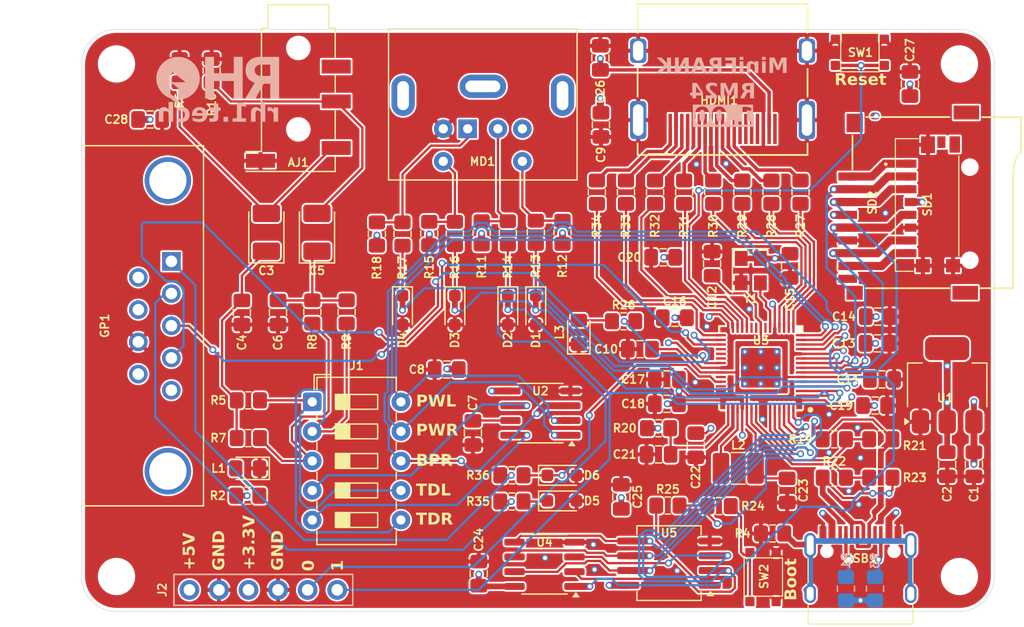
<source format=kicad_pcb>
(kicad_pcb (version 20241229) (generator "pcbnew") (generator_version "9.0")
  (title_block (title "MiniFRANK RM24") (date "2025-03-14") (rev "1.00") (company "Mikhail Matveev") (comment 1 "https://github.com/xtremespb/frank"))
  (layers (0 "F.Cu" signal) (4 "In1.Cu" mixed "GND.Cu") (6 "In2.Cu" power "PWR3V3.Cu") (2 "B.Cu" signal) (13 "F.Paste" user) (15 "B.Paste" user) (5 "F.SilkS" user "F.Silkscreen") (7 "B.SilkS" user "B.Silkscreen") (1 "F.Mask" user) (3 "B.Mask" user) (25 "Edge.Cuts" user))
  (net 0 "")
  (net 1 "GND")
  (net 2 "/Audio Out/L")
  (net 3 "+3V3")
  (net 4 "VBUS")
  (net 5 "/RP2350A/XIN")
  (net 6 "/Audio Out/R")
  (net 7 "/RP2350A/VREG_AVDD")
  (net 8 "Net-(C3-Pad1)")
  (net 10 "Net-(C5-Pad1)")
  (net 11 "Net-(U2-FLT)")
  (net 12 "+1V1")
  (net 14 "/GPIO0")
  (net 15 "/GPIO1")
  (net 16 "/GPIO2")
  (net 17 "/GPIO3")
  (net 18 "Net-(HDMI1-D1P)")
  (net 19 "Net-(HDMI1-D2N)")
  (net 23 "Net-(HDMI1-D0P)")
  (net 24 "Net-(HDMI1-D1N)")
  (net 25 "/GPIO26")
  (net 26 "Net-(L1-A)")
  (net 27 "/GPIO27")
  (net 28 "/GPIO10")
  (net 29 "/D+")
  (net 30 "/D-")
  (net 31 "/GPIO11")
  (net 33 "Net-(HDMI1-CLKP)")
  (net 34 "Net-(USB1-CC1)")
  (net 35 "Net-(USB1-CC2)")
  (net 36 "/GPIO21")
  (net 37 "/GPIO20")
  (net 38 "/Gamepad/J2_DATA")
  (net 39 "/Gamepad/J1_DATA")
  (net 40 "Net-(HDMI1-D2P)")
  (net 41 "Net-(HDMI1-D0N)")
  (net 42 "/RP2350A/VREG_LX")
  (net 43 "/RUN")
  (net 44 "/PS2/PS{slash}2 CLK")
  (net 45 "Net-(HDMI1-CLKN)")
  (net 46 "Net-(MD1-Pad2)")
  (net 47 "/PS2/PS{slash}2 DATA")
  (net 48 "Net-(MD1-Pad6)")
  (net 49 "/RP2350A/QSPI_SD2")
  (net 50 "/RP2350A/QSPI_SD0")
  (net 51 "/GPIO8")
  (net 52 "/RP2350A/QSPI_SD1")
  (net 55 "/RP2350A/QSPI_SD3")
  (net 56 "/RP2350A/GPIO22")
  (net 57 "/RP2350A/QSPI_SCLK")
  (net 58 "/RP2350A/XOUT")
  (net 59 "/A_OUTL")
  (net 60 "/A_OUTB")
  (net 61 "/A_OUTR")
  (net 62 "/RP2350A/QSPI_SS")
  (net 63 "/RP2350A/~{USB_BOOT}")
  (net 64 "/RP2350A/FLASH_SS")
  (net 65 "/GPIO9")
  (net 66 "/GPIO12")
  (net 67 "/GPIO13")
  (net 68 "/GPIO14")
  (net 69 "/GPIO15")
  (net 70 "/GPIO16")
  (net 71 "/GPIO17")
  (net 72 "/GPIO18")
  (net 73 "/GPIO19")
  (net 74 "/SD Card/DET")
  (net 75 "/SD Card/DAT1")
  (net 76 "/SD Card/POL")
  (net 77 "/GPIO5")
  (net 78 "/GPIO7")
  (net 79 "/GPIO4")
  (net 80 "/A_TDAR")
  (net 81 "/SD Card/DAT2")
  (net 82 "/GPIO6")
  (net 83 "/RP2350A/SWD")
  (net 84 "/RP2350A/GPIO26")
  (net 85 "/RP2350A/GPIO23")
  (net 86 "/RP2350A/SWCLK")
  (net 87 "/RP2350A/GPIO29")
  (net 88 "/RP2350A/GPIO24")
  (net 92 "/A_TDAL")
  (net 93 "Net-(L3-A)")
  (net 94 "GPIO25")
  (net 96 "/RP2350A/GPIO28")
  (net 97 "Net-(USB1-SHIELD)")
  (net 98 "Net-(U3-USB_DP)")
  (net 99 "Net-(U3-USB_DM)")
  (footprint "FRANK:Mounting Hole (2.7mm)" (layer "F.Cu") (at 255.75 91.75)
    (property "Reference" "H2" (hide yes))
    (property "Value" "MountingHole" (hide yes))
  )
  (footprint "FRANK:Diode (SOD-323)" (layer "F.Cu") (at 207.9 68.85 -90)
    (property "Reference" "D4")
    (property "Value" "3V3" (hide yes))
  )
  (footprint "FRANK:Capacitor (0805)" (layer "F.Cu") (at 254.7 82.1 -90)
    (property "Reference" "C2")
    (property "Value" "10u" (hide yes))
  )
  (footprint "FRANK:Resistor (0805)" (layer "F.Cu") (at 237.1 58.7 -90)
    (property "Reference" "R29")
    (property "Value" "270R" (hide yes))
  )
  (footprint "FRANK:Resistor (0805)" (layer "F.Cu") (at 219.35 62.15 -90)
    (property "Reference" "R13")
    (property "Value" "100R" (hide yes))
  )
  (footprint "FRANK:Resistor (0805)" (layer "F.Cu") (at 214.7 62.2 90)
    (property "Reference" "R11")
    (property "Value" "1K" (hide yes))
  )
  (footprint "FRANK:SO-8" (layer "F.Cu") (at 220.1 90.7 180)
    (property "Reference" "U4")
    (property "Value" "ESP-PSRAM32" (hide yes))
  )
  (footprint "FRANK:Capacitor (0805)" (layer "F.Cu") (at 248.5 77.05)
    (property "Reference" "C19")
    (property "Value" "100n" (hide yes))
  )
  (footprint "FRANK:MicroSD (SMD, short)" (layer "F.Cu") (at 253 59.8 90)
    (property "Reference" "SD1")
    (property "Value" "47571-0001" (hide yes))
  )
  (footprint "FRANK:Resistor (0805)" (layer "F.Cu") (at 239.7 88.05 180)
    (property "Reference" "R4")
    (property "Value" "1M" (hide yes))
  )
  (footprint "FRANK:Resistor (0805)" (layer "F.Cu") (at 227.1 58.7 -90)
    (property "Reference" "R33")
    (property "Value" "270R" (hide yes))
  )
  (footprint "FRANK:Capacitor (0805)" (layer "F.Cu") (at 249.1 74.8)
    (property "Reference" "C11")
    (property "Value" "4.7u" (hide yes))
  )
  (footprint "FRANK:Resistor (0805)" (layer "F.Cu") (at 210.2 62.25 90)
    (property "Reference" "R15")
    (property "Value" "1K" (hide yes))
  )
  (footprint "FRANK:Diode (SOD-323)" (layer "F.Cu") (at 221.6 85.25)
    (property "Reference" "D5")
    (property "Value" "3V3" (hide yes))
  )
  (footprint "FRANK:Capacitor (0805)" (layer "F.Cu") (at 251.5 49.4 -90)
    (property "Reference" "C27")
    (property "Value" "100n" (hide yes))
  )
  (footprint "FRANK:Capacitor (3528, tantalum, polar)" (layer "F.Cu") (at 196.2 62.15 90)
    (property "Reference" "C3")
    (property "Value" "10u" (hide yes))
  )
  (footprint "FRANK:Resistor (0805)" (layer "F.Cu") (at 229.9 79)
    (property "Reference" "R20")
    (property "Value" "33" (hide yes))
  )
  (footprint "FRANK:Diode (SOD-323)" (layer "F.Cu") (at 212.4 68.85 -90)
    (property "Reference" "D3")
    (property "Value" "3V3" (hide yes))
  )
  (footprint "FRANK:Resistor (0805)" (layer "F.Cu") (at 249 79.95 180)
    (property "Reference" "R21")
    (property "Value" "33R" (hide yes))
  )
  (footprint "FRANK:Resistor (0805)" (layer "F.Cu") (at 245 79.95)
    (property "Reference" "R19")
    (property "Value" "150R" (hide yes))
  )
  (footprint "FRANK:DIP Switch (5x5)" (layer "F.Cu") (at 200.145 76.7325)
    (property "Reference" "J1")
    (property "Value" "Pin Header 2x18" (hide yes))
  )
  (footprint "FRANK:Inductor (3225)" (layer "F.Cu") (at 236.75 82.45 180)
    (property "Reference" "L2")
    (property "Value" "3.3u" (hide yes))
  )
  (footprint "FRANK:Resistor (0805)" (layer "F.Cu") (at 230.7 85.65 180)
    (property "Reference" "R25")
    (property "Value" "0" (hide yes))
  )
  (footprint "FRANK:SOIC-8" (layer "F.Cu") (at 230.8 90.6 180)
    (property "Reference" "U5")
    (property "Value" "W25Q128JVS" (hide yes))
  )
  (footprint "FRANK:Capacitor (0805)" (layer "F.Cu") (at 226.7 84.9 90)
    (property "Reference" "C25")
    (property "Value" "100n" (hide yes))
  )
  (footprint "FRANK:Capacitor (0805)" (layer "F.Cu") (at 248.7125 71.7)
    (property "Reference" "C13")
    (property "Value" "100n" (hide yes))
  )
  (footprint "FRANK:Diode (SOD-323)" (layer "F.Cu") (at 216.95 68.85 -90)
    (property "Reference" "D2")
    (property "Value" "3V3" (hide yes))
  )
  (footprint "FRANK:Resistor (0805)" (layer "F.Cu") (at 245 83.25)
    (property "Reference" "R22")
    (property "Value" "150R" (hide yes))
  )
  (footprint "FRANK:Capacitor (0805)" (layer "F.Cu") (at 230.61875 74.8 180)
    (property "Reference" "C17")
    (property "Value" "100n" (hide yes))
  )
  (footprint "FRANK:LED (0805)" (layer "F.Cu") (at 223.05 70.75 90)
    (property "Reference" "L3")
    (property "Value" "Blue" (hide yes))
  )
  (footprint "FRANK:Resistor (0805)" (layer "F.Cu") (at 232.1 58.7 -90)
    (property "Reference" "R31")
    (property "Value" "270R" (hide yes))
  )
  (footprint "FRANK:Resistor (0805)" (layer "F.Cu") (at 194.65 79.85)
    (property "Reference" "R7")
    (property "Value" "2K" (hide yes))
  )
  (footprint "FRANK:Capacitor (0805)" (layer "F.Cu") (at 194.1 69.05 -90)
    (property "Reference" "C4")
    (property "Value" "10n" (hide yes))
  )
  (footprint "FRANK:LED (0805)" (layer "F.Cu") (at 194.6 82.45 180)
    (property "Reference" "L1")
    (property "Value" "Green" (hide yes))
  )
  (footprint "FRANK:Resistor (0805)" (layer "F.Cu") (at 249 83.25 180)
    (property "Reference" "R23")
    (property "Value" "33R" (hide yes))
  )
  (footprint "FRANK:Button (SMD, 3x3mm, 1-1)" (layer "F.Cu") (at 248.85 48.345 180)
    (property "Reference" "SW1" (hide yes))
    (property "Value" "Reset" (hide yes))
  )
  (footprint "FRANK:MiniDIN (6 Pin, female)" (layer "F.Cu") (at 213.5 53.25 180)
    (property "Reference" "MD1")
    (property "Value" "Mini-DIN-6" (hide yes))
  )
  (footprint "FRANK:Mounting Hole (2.7mm)" (layer "F.Cu") (at 255.75 47.675)
    (property "Reference" "H1" (hide yes))
    (property "Value" "MountingHole" (hide yes))
  )
  (footprint "FRANK:Diode (SOD-323)" (layer "F.Cu") (at 219.35 68.85 -90)
    (property "Reference" "D1")
    (property "Value" "3V3" (hide yes))
  )
  (footprint "FRANK:Resistor (0805)" (layer "F.Cu") (at 235.1 85.7)
    (property "Reference" "R24")
    (property "Value" "1K" (hide yes))
  )
  (footprint "FRANK:Resistor (0805)" (layer "F.Cu") (at 194.6 84.8 180)
    (property "Reference" "R2")
    (property "Value" "1K" (hide yes))
  )
  (footprint "FRANK:Resistor (0805)" (layer "F.Cu") (at 229.6 58.7 -90)
    (property "Reference" "R32")
    (property "Value" "270R" (hide yes))
  )
  (footprint "FRANK:Resistor (0805)" (layer "F.Cu") (at 221.65 62.15 90)
    (property "Reference" "R12")
    (property "Value" "1K" (hide yes))
  )
  (footprint "FRANK:Resistor (0805)" (layer "F.Cu") (at 217.3 85.3 180)
    (property "Reference" "R35")
    (property "Value" "1K" (hide yes))
  )
  (footprint "FRANK:Capacitor (0805)" (layer "F.Cu") (at 231.3 69.5 180)
    (property "Reference" "C16")
    (property "Value" "100n" (hide yes))
  )
  (footprint "FRANK:D-SUB (9 pin, male, top mount)" (layer "F.Cu") (at 188.04 64.65 -90)
    (property "Reference" "GP1")
    (property "Value" "Gamepad" (hide yes))
  )
  (footprint "FRANK:Resistor (0805)" (layer "F.Cu") (at 217.3 83.05 180)
    (property "Reference" "R36")
    (property "Value" "1K" (hide yes))
  )
  (footprint "FRANK:Resistor (0805)" (layer "F.Cu") (at 216.95 62.2 -90)
    (property "Reference" "R14")
    (property "Value" "100R" (hide yes))
  )
  (footprint "FRANK:Capacitor (0805)" (layer "F.Cu") (at 228.3 72.2 180)
    (property "Reference" "C10")
    (property "Value" "100n" (hide yes))
  )
  (footprint "FRANK:HDMI (female)" (layer "F.Cu") (at 235.4 52.5 180)
    (property "Reference" "HDMI1")
    (property "Value" "HDMI Female" (hide yes))
  )
  (footprint "FRANK:Button (SMD, 3x3mm, 1-1)" (layer "F.Cu") (at 240.55 90.145 -90)
    (property "Reference" "SW2" (hide yes))
    (property "Value" "SW_Push" (hide yes))
  )
  (footprint "FRANK:MicroSD (SMD, long)" (layer "F.Cu") (at 245.35 59.6 -90)
    (property "Reference" "SD2")
    (property "Value" "104031-0811" (hide yes))
  )
  (footprint "FRANK:Resistor (0805)" (layer "F.Cu") (at 242.1 58.7 -90)
    (property "Reference" "R27")
    (property "Value" "270R" (hide yes))
  )
  (footprint "FRANK:Capacitor (0805)" (layer "F.Cu") (at 230.3 64.3 180)
    (property "Reference" "C20")
    (property "Value" "100n" (hide yes))
  )
  (footprint "FRANK:Capacitor (0805)" (layer "F.Cu") (at 248.7375 69.4)
    (property "Reference" "C14")
    (property "Value" "100n" (hide yes))
  )
  (footprint "FRANK:QFN 60 (RP2350A)" (layer "F.Cu") (at 238.6875 73.8 180)
    (property "Reference" "U3")
    (property "Value" "RP2350_60QFN" (hide yes))
  )
  (footprint "FRANK:Mounting Hole (2.7mm)" (layer "F.Cu") (at 183.325 91.75)
    (property "Reference" "H4" (hide yes))
    (property "Value" "MountingHole" (hide yes))
  )
  (footprint "FRANK:Resistor (0805)" (layer "F.Cu") (at 188.75 48.25 90)
    (property "Reference" "R6")
    (property "Value" "330R" (hide yes))
  )
  (footprint "FRANK:Crystal (3225, active)" (layer "F.Cu") (at 237.825 65.45 -90)
    (property "Reference" "Y1")
    (property "Value" "ASE-xxxMHz" (hide yes))
  )
  (footprint "FRANK:Resistor (0805)" (layer "F.Cu") (at 234.6 58.7 -90)
    (property "Reference" "R30")
    (property "Value" "270R" (hide yes))
  )
  (footprint "FRANK:USB Type C" (layer "F.Cu") (at 247.25 95.835)
    (property "Reference" "USB1")
    (property "Value" "USB4215-03-A" (hide yes))
  )
  (footprint "FRANK:Capacitor (0805)" (layer "F.Cu") (at 214.45 91.5 90)
    (property "Reference" "C24")
    (property "Value" "100n" (hide yes))
  )
  (footprint "FRANK:Capacitor (0805)" (layer "F.Cu") (at 257 82.1 -90)
    (property "Reference" "C1")
    (property "Value" "10u" (hide yes))
  )
  (footprint "FRANK:Capacitor (0805)" (layer "F.Cu") (at 230.61875 76.9 180)
    (property "Reference" "C18")
    (property "Value" "100n" (hide yes))
  )
  (footprint "FRANK:Capacitor (0805)" (layer "F.Cu") (at 229.9 81.25 180)
    (property "Reference" "C21")
    (property "Value" "4.7u" (hide yes))
  )
  (footprint "FRANK:Capacitor (0805)" (layer "F.Cu") (at 240.95 84.35 -90)
    (property "Reference" "C23")
    (property "Value" "4.7u" (hide yes))
  )
  (footprint "FRANK:Resistor (0805)" (layer "F.Cu") (at 212.4 62.25 -90)
    (property "Reference" "R16")
    (property "Value" "100R" (hide yes))
  )
  (footprint "FRANK:Pin Header (1x06)" (layer "F.Cu") (at 189.59 92.9 90)
    (property "Reference" "J2")
    (property "Value" "Connectors" (hide yes))
  )
  (footprint "FRANK:Resistor (0805)" (layer "F.Cu") (at 224.6 58.7 -90)
    (property "Reference" "R34")
    (property "Value" "270R" (hide yes))
  )
  (footprint "FRANK:Resistor (0805)" (layer "F.Cu") (at 239.6 58.7 -90)
    (property "Reference" "R28")
    (property "Value" "270R" (hide yes))
  )
  (footprint "FRANK:Resistor (0805)" (layer "F.Cu") (at 194.65 76.6)
    (property "Reference" "R5")
    (property "Value" "1K" (hide yes))
  )
  (footprint "FRANK:Resistor (0805)" (layer "F.Cu") (at 203.1 69 -90)
    (property "Reference" "R9")
    (property "Value" "1K" (hide yes))
  )
  (footprint "FRANK:Resistor (0805)" (layer "F.Cu") (at 207.9 62.3 -90)
    (property "Reference" "R17")
    (property "Value" "100R" (hide yes))
  )
  (footprint "FRANK:Capacitor (0805)" (layer "F.Cu") (at 224.9 47.15 90)
    (property "Reference" "C26")
    (property "Value" "100n" (hide yes))
  )
  (footprint "FRANK:Resistor (0805)" (layer "F.Cu") (at 226.9 69.8)
    (property "Reference" "R26")
    (property "Value" "1K" (hide yes))
  )
  (footprint "FRANK:Capacitor (0805)" (layer "F.Cu") (at 186.2125 52.45)
    (property "Reference" "C28")
    (property "Value" "100n" (hide yes))
  )
  (footprint "FRANK:Capacitor (0805)" (layer "F.Cu") (at 241.2 65.0375 -90)
    (property "Reference" "C15")
    (property "Value" "100n" (hide yes))
  )
  (footprint "FRANK:Capacitor (0805)" (layer "F.Cu") (at 224.95 52.9125 -90)
    (property "Reference" "C9")
    (property "Value" "10u" (hide yes))
  )
  (footprint "FRANK:Capacitor (0805)" (layer "F.Cu") (at 213.95 79.4 -90)
    (property "Reference" "C7")
    (property "Value" "1u" (hide yes))
  )
  (footprint "FRANK:Resistor (0805)" (layer "F.Cu") (at 200.15 69 -90)
    (property "Reference" "R8")
    (property "Value" "2K" (hide yes))
  )
  (footprint "FRANK:Capacitor (0805)" (layer "F.Cu") (at 234.5 64.85 90)
    (property "Reference" "C12")
    (property "Value" "100n" (hide yes))
  )
  (footprint "FRANK:Jack (3.5mm, PJ-320D)" (layer "F.Cu") (at 198.95 51.05 -90)
    (property "Reference" "AJ1")
    (property "Value" "PJ-320D" (hide yes))
  )
  (footprint "FRANK:Capacitor (0805)" (layer "F.Cu") (at 211.7 73.95)
    (property "Reference" "C8")
    (property "Value" "47u" (hide yes))
  )
  (footprint "FRANK:Capacitor (3528, tantalum, polar)" (layer "F.Cu") (at 200.55 62.15 90)
    (property "Reference" "C5")
    (property "Value" "10u" (hide yes))
  )
  (footprint "FRANK:SO-8" (layer "F.Cu") (at 219.75 77.7 180)
    (property "Reference" "U2")
    (property "Value" "TDA1387T" (hide yes))
  )
  (footprint "FRANK:SOT-223" (layer "F.Cu") (at 254.7 75.3 90)
    (property "Reference" "U1")
    (property "Value" "NCP1117 3.3" (hide yes))
  )
  (footprint "FRANK:Capacitor (0805)" (layer "F.Cu") (at 233.1 80.4625 -90)
    (property "Reference" "C22")
    (property "Value" "4.7u" (hide yes))
  )
  (footprint "FRANK:Resistor (0805)" (layer "F.Cu") (at 191.5 48.25 90)
    (property "Reference" "R10")
    (property "Value" "330R" (hide yes))
  )
  (footprint "FRANK:Capacitor (0805)" (layer "F.Cu") (at 197.2 69.05 -90)
    (property "Reference" "C6")
    (property "Value" "10n" (hide yes))
  )
  (footprint "FRANK:Resistor (0805)" (layer "F.Cu") (at 205.7 62.3 90)
    (property "Reference" "R18")
    (property "Value" "1k" (hide yes))
  )
  (footprint "FRANK:Mounting Hole (2.7mm)" (layer "F.Cu") (at 183.325 47.675)
    (property "Reference" "H3" (hide yes))
    (property "Value" "MountingHole" (hide yes))
  )
  (footprint "FRANK:Diode (SOD-323)" (layer "F.Cu") (at 221.6 83.05)
    (property "Reference" "D6")
    (property "Value" "3V3" (hide yes))
  )
  (footprint "FRANK:Resistor (0805)" (layer "B.Cu") (at 246 92.8 90)
    (property "Reference" "R1")
    (property "Value" "5.1K" (hide yes))
  )
  (footprint "FRANK:Resistor (0805)" (layer "B.Cu") (at 248.5 92.8 90)
    (property "Reference" "R3")
    (property "Value" "5.1K" (hide yes))
  )
  (gr_poly (pts (xy 188.615011 50.192932) (xy 188.615011 50.747897) (xy 188.678093 50.746951) (xy 188.740983 50.743895) (xy 188.80363 50.738742) (xy 188.865983 50.731507) (xy 188.927991 50.722204) (xy 188.989604 50.710845) (xy 189.05077 50.697446) (xy 189.111439 50.682019) (xy 189.171561 50.664578) (xy 189.231084 50.645138) (xy 189.289957 50.623713) (xy 189.34813 50.600315) (xy 189.405552 50.574959) (xy 189.462173 50.547659) (xy 189.517941 50.518429) (xy 189.572805 50.487282) (xy 188.615011 49.743801)) (stroke (width -0.000001)) (fill yes) (layer "B.SilkS"))
  (gr_poly (pts (xy 195.551957 47.064334) (xy 195.484466 47.068564) (xy 195.418735 47.075544) (xy 195.354792 47.085218) (xy 195.292671 47.09753) (xy 195.232401 47.112421) (xy 195.174013 47.129836) (xy 195.117538 47.149717) (xy 195.063007 47.172008) (xy 195.01045 47.196652) (xy 194.959899 47.223592) (xy 194.911383 47.252772) (xy 194.864934 47.284134) (xy 194.820583 47.317621) (xy 194.77836 47.353178) (xy 194.738296 47.390747) (xy 194.700421 47.430271) (xy 194.664768 47.471693) (xy 194.631365 47.514957) (xy 194.600245 47.560006) (xy 194.571437 47.606784) (xy 194.544973 47.655232) (xy 194.520884 47.705295) (xy 194.499199 47.756916) (xy 194.479951 47.810037) (xy 194.463169 47.864603) (xy 194.448885 47.920556) (xy 194.437128 47.977839) (xy 194.427931 48.036396) (xy 194.421324 48.09617) (xy 194.417336 48.157104) (xy 194.416001 48.219141) (xy 194.417151 48.277745) (xy 194.420552 48.334626) (xy 194.426131 48.389792) (xy 194.433812 48.443252) (xy 194.443522 48.495015) (xy 194.455186 48.54509) (xy 194.46873 48.593486) (xy 194.484079 48.64021) (xy 194.50116 48.685274) (xy 194.519898 48.728684) (xy 194.54022 48.77045) (xy 194.56205 48.810581) (xy 194.585314 48.849086) (xy 194.609939 48.885973) (xy 194.662973 48.95493) (xy 194.720556 49.017523) (xy 194.782096 49.073823) (xy 194.846998 49.123901) (xy 194.914668 49.167827) (xy 194.984512 49.205671) (xy 195.055937 49.237506) (xy 195.128348 49.263401) (xy 195.201151 49.283427) (xy 194.394834 50.649338) (xy 195.269281 50.65) (xy 195.975718 49.378015) (xy 196.535313 49.378015) (xy 196.535313 50.652644) (xy 197.298635 50.652644) (xy 197.298635 48.703327) (xy 196.535313 48.703327) (xy 195.732302 48.703327) (xy 195.703935 48.702786) (xy 195.676026 48.701174) (xy 195.648606 48.698503) (xy 195.621703 48.694786) (xy 195.595346 48.690037) (xy 195.569564 48.684268) (xy 195.544385 48.677494) (xy 195.51984 48.669727) (xy 195.495956 48.66098) (xy 195.472763 48.651267) (xy 195.45029 48.640601) (xy 195.428565 48.628994) (xy 195.407618 48.616461) (xy 195.387477 48.603014) (xy 195.368172 48.588667) (xy 195.349731 48.573433) (xy 195.332184 48.557325) (xy 195.315559 48.540356) (xy 195.299885 48.522539) (xy 195.285191 48.503888) (xy 195.271507 48.484416) (xy 195.25886 48.464136) (xy 195.247281 48.443061) (xy 195.236798 48.421205) (xy 195.227439 48.39858) (xy 195.219234 48.3752) (xy 195.212213 48.351078) (xy 195.206403 48.326227) (xy 195.201833 48.300661) (xy 195.198534 48.274392) (xy 195.196533 48.247435) (xy 195.195859 48.219801) (xy 195.193875 48.219803) (xy 195.194549 48.191876) (xy 195.19655 48.164659) (xy 195.19985 48.138163) (xy 195.204421 48.112399) (xy 195.210234 48.087379) (xy 195.217259 48.063115) (xy 195.225469 48.039618) (xy 195.234834 48.016901) (xy 195.245326 47.994974) (xy 195.256916 47.973849) (xy 195.269576 47.953538) (xy 195.283277 47.934053) (xy 195.297989 47.915405) (xy 195.313685 47.897605) (xy 195.330336 47.880666) (xy 195.347912 47.8646) (xy 195.366386 47.849416) (xy 195.385728 47.835128) (xy 195.405911 47.821747) (xy 195.426904 47.809285) (xy 195.448679 47.797753) (xy 195.471209 47.787162) (xy 195.494463 47.777525) (xy 195.518414 47.768853) (xy 195.543032 47.761158) (xy 195.568289 47.754451) (xy 195.594156 47.748744) (xy 195.620605 47.744049) (xy 195.647607 47.740376) (xy 195.675132 47.737739) (xy 195.703153 47.736148) (xy 195.731641 47.735615) (xy 196.535313 47.735615) (xy 196.535313 48.703327) (xy 197.298635 48.703327) (xy 197.298635 47.062911) (xy 195.621177 47.062911)) (stroke (width -0.000001)) (fill yes) (layer "B.SilkS"))
  (gr_poly (pts (xy 188.522879 47.068346) (xy 188.431353 47.074354) (xy 188.340567 47.08484) (xy 188.250677 47.099743) (xy 188.161836 47.119001) (xy 188.074197 47.142551) (xy 187.987914 47.170331) (xy 187.903141 47.202279) (xy 187.82003 47.238333) (xy 187.738737 47.27843) (xy 187.659413 47.322508) (xy 187.582213 47.370506) (xy 187.50729 47.42236) (xy 187.434798 47.478009) (xy 187.364891 47.537391) (xy 187.297721 47.600443) (xy 187.233767 47.666753) (xy 187.173446 47.735852) (xy 187.116822 47.807584) (xy 187.063959 47.881799) (xy 187.014922 47.958342) (xy 186.969775 48.037062) (xy 186.928582 48.117806) (xy 186.891408 48.200421) (xy 186.858317 48.284753) (xy 186.829372 48.370652) (xy 186.804639 48.457963) (xy 186.784181 48.546534) (xy 186.768064 48.636212) (xy 186.75635 48.726845) (xy 186.749105 48.81828) (xy 186.746393 48.910363) (xy 186.749551 49.016516) (xy 186.758791 49.121675) (xy 186.773997 49.22561) (xy 186.795056 49.328089) (xy 186.821854 49.428883) (xy 186.854276 49.527759) (xy 186.892209 49.624488) (xy 186.935538 49.718837) (xy 186.984149 49.810577) (xy 187.037929 49.899476) (xy 187.096763 49.985303) (xy 187.160537 50.067828) (xy 187.229137 50.146819) (xy 187.302448 50.222045) (xy 187.380358 50.293276) (xy 187.462751 50.360281) (xy 187.520727 50.403319) (xy 187.580258 50.444037) (xy 187.641272 50.482396) (xy 187.703699 50.518356) (xy 187.767468 50.551879) (xy 187.832509 50.582925) (xy 187.89875 50.611456) (xy 187.96612 50.637432) (xy 188.050125 50.703578) (xy 188.612364 51.139479) (xy 188.612364 50.751203) (xy 188.612364 50.749879) (xy 188.241287 50.462806) (xy 188.050125 50.313978) (xy 187.96612 50.247832) (xy 187.96612 48.24163) (xy 188.612364 48.742355) (xy 189.165342 49.17164) (xy 189.25993 49.245061) (xy 188.612362 49.245061) (xy 189.721627 50.104957) (xy 189.775205 50.146629) (xy 189.721627 50.105619) (xy 189.634976 50.039473) (xy 188.612362 49.245723) (xy 188.612362 49.743797) (xy 189.570155 50.487276) (xy 189.58728 50.477344) (xy 189.603972 50.46735) (xy 189.620291 50.457232) (xy 189.6363 50.446928) (xy 189.671369 50.423872) (xy 189.705892 50.400037) (xy 189.739859 50.375433) (xy 189.773255 50.350069) (xy 189.806068 50.323955) (xy 189.838286 50.297102) (xy 189.869895 50.269518) (xy 189.900884 50.241215) (xy 189.900884 50.241213) (xy 189.931927 50.211417) (xy 189.962241 50.180937) (xy 189.991815 50.149787) (xy 190.02064 50.117982) (xy 190.048705 50.085536) (xy 190.076 50.052462) (xy 190.102514 50.018776) (xy 190.128237 49.984491) (xy 190.153159 49.949621) (xy 190.177269 49.91418) (xy 190.200558 49.878184) (xy 190.223014 49.841645) (xy 190.244628 49.804578) (xy 190.265389 49.766997) (xy 190.285286 49.728917) (xy 190.304311 49.69035) (xy 190.325502 49.644264) (xy 190.34537 49.597668) (xy 190.363908 49.55059) (xy 190.381111 49.50306) (xy 190.396971 49.455104) (xy 190.411483 49.406752) (xy 190.424639 49.358033) (xy 190.436433 49.308974) (xy 190.446859 49.259605) (xy 190.455911 49.209954) (xy 190.463581 49.160049) (xy 190.469863 49.109919) (xy 190.474751 49.059592) (xy 190.478238 49.009097) (xy 190.480318 48.958463) (xy 190.480984 48.907717) (xy 190.478148 48.815805) (xy 190.470796 48.724545) (xy 190.458994 48.63409) (xy 190.442805 48.544591) (xy 190.422292 48.456199) (xy 190.397521 48.369068) (xy 190.368554 48.283348) (xy 190.335456 48.199191) (xy 190.298292 48.116749) (xy 190.257124 48.036175) (xy 190.212018 47.957619) (xy 190.163037 47.881234) (xy 190.110245 47.807172) (xy 190.053706 47.735584) (xy 189.993485 47.666622) (xy 189.929645 47.600439) (xy 189.862601 47.537502) (xy 189.792829 47.478221) (xy 189.720481 47.422659) (xy 189.64571 47.370876) (xy 189.568668 47.322936) (xy 189.489508 47.278899) (xy 189.408383 47.238828) (xy 189.325445 47.202785) (xy 189.240847 47.170832) (xy 189.154742 47.14303) (xy 189.067283 47.119443) (xy 188.978622 47.100131) (xy 188.888911 47.085157) (xy 188.798304 47.074582) (xy 188.706953 47.068469) (xy 188.615011 47.066879) (xy 188.614995 47.066879)) (stroke (width -0.000001)) (fill yes) (layer "B.SilkS"))
  (gr_poly (pts (xy 188.615011 49.744463) (xy 188.615011 49.243078) (xy 187.968766 49.243078)) (stroke (width -0.000001)) (fill yes) (layer "B.SilkS"))
  (gr_poly (pts (xy 193.400002 48.471816) (xy 191.706006 48.471816) (xy 191.706006 47.062911) (xy 190.937392 47.062911) (xy 190.937392 50.649338) (xy 191.706006 50.65) (xy 191.706006 49.14452) (xy 193.4 49.14452) (xy 193.4 50.65) (xy 194.163985 50.65) (xy 194.163985 47.062911) (xy 193.400002 47.062911)) (stroke (width -0.000001)) (fill yes) (layer "B.SilkS"))
  (gr_line (start 258.75 91.75) (end 258.75 47.7) (stroke (width 0.05)) (layer "Edge.Cuts"))
  (gr_arc (start 180.325 47.7) (mid 181.20368 45.57868) (end 183.325 44.7) (stroke (width 0.05)) (layer "Edge.Cuts"))
  (gr_line (start 180.325 91.75) (end 180.325 47.7) (stroke (width 0.05)) (layer "Edge.Cuts"))
  (gr_line (start 183.325 44.7) (end 255.75 44.7) (stroke (width 0.05)) (layer "Edge.Cuts"))
  (gr_arc (start 258.75 91.75) (mid 257.87132 93.87132) (end 255.75 94.75) (stroke (width 0.05)) (layer "Edge.Cuts"))
  (gr_arc (start 255.75 44.7) (mid 257.87132 45.57868) (end 258.75 47.7) (stroke (width 0.05)) (layer "Edge.Cuts"))
  (gr_line (start 255.75 94.75) (end 183.325 94.75) (stroke (width 0.05)) (layer "Edge.Cuts"))
  (gr_arc (start 183.325 94.75) (mid 181.20368 93.87132) (end 180.325 91.75) (stroke (width 0.05)) (layer "Edge.Cuts"))
  (gr_text "PWR" (at 209.05 79.8 0) (layer "F.SilkS") (effects (font (size 1 1) (thickness 0.2) (bold yes)) (justify left bottom)))
  (gr_text "+3.3V" (at 195.35 91.2 90) (layer "F.SilkS") (effects (font (size 1 1) (thickness 0.2) (bold yes)) (justify left bottom)))
  (gr_text "PWL" (at 209.05 77.3 0) (layer "F.SilkS") (effects (font (size 1 1) (thickness 0.2) (bold yes)) (justify left bottom)))
  (gr_text "GND" (at 197.8 91.25 90) (layer "F.SilkS") (effects (font (size 1 1) (thickness 0.2) (bold yes)) (justify left bottom)))
  (gr_text "Reset" (at 247.25 49.65 0) (layer "F.SilkS") (effects (font (size 1 1) (thickness 0.2) (bold yes)) (justify bottom)))
  (gr_text "0" (at 200.45 91.3 90) (layer "F.SilkS") (effects (font (size 1 1) (thickness 0.2) (bold yes)) (justify left bottom)))
  (gr_text "Boot" (at 241.9 92 90) (layer "F.SilkS") (effects (font (size 1 1) (thickness 0.2) (bold yes)) (justify bottom)))
  (gr_text "BPR" (at 209.05 82.4 0) (layer "F.SilkS") (effects (font (size 1 1) (thickness 0.2) (bold yes)) (justify left bottom)))
  (gr_text "TDR" (at 209.05 87.45 0) (layer "F.SilkS") (effects (font (size 1 1) (thickness 0.2) (bold yes)) (justify left bottom)))
  (gr_text "TDL" (at 209.05 84.95 0) (layer "F.SilkS") (effects (font (size 1 1) (thickness 0.2) (bold yes)) (justify left bottom)))
  (gr_text "+5V" (at 190.2 91.2 90) (layer "F.SilkS") (effects (font (size 1 1) (thickness 0.2) (bold yes)) (justify left bottom)))
  (gr_text "GND" (at 192.75 91.25 90) (layer "F.SilkS") (effects (font (size 1 1) (thickness 0.2) (bold yes)) (justify left bottom)))
  (gr_text "1" (at 202.95 91.3 90) (layer "F.SilkS") (effects (font (size 1 1) (thickness 0.2) (bold yes)) (justify left bottom)))
  (gr_text "rh1.tech" (at 197.401957 52.914334 0) (layer "B.SilkS") (effects (font (size 1.6 1.6) (thickness 0.3) (bold yes)) (justify left bottom mirror)))
  (gr_text "1.00" (at 235.5 53.15 0) (layer "B.SilkS" knockout) (effects (font (size 1.5 1.5) (thickness 0.3) (bold yes)) (justify bottom mirror)))
  (gr_text "MiniFRANK\nRM24" (at 235.4 50.85 0) (layer "B.SilkS") (effects (font (size 1.3 1.3) (thickness 0.3) (bold yes)) (justify bottom mirror)))
  (segment (start 231.4 53.26) (end 231.4 50.95) (width 0.3) (layer "F.Cu") (net 1))
  (segment (start 238.9 53.21) (end 238.9 50.9) (width 0.3) (layer "F.Cu") (net 1))
  (segment (start 234.4 53.21) (end 234.4 50.9) (width 0.3) (layer "F.Cu") (net 1))
  (segment (start 235.9 53.21) (end 235.9 50.9) (width 0.3) (layer "F.Cu") (net 1))
  (segment (start 232.9 53.21) (end 232.9 50.9) (width 0.3) (layer "F.Cu") (net 1))
  (via (at 220.15 90.15) (size 0.6) (drill 0.35) (layers "F.Cu" "B.Cu") (net 1))
  (via (at 247.25 81.55) (size 0.6) (drill 0.35) (layers "F.Cu" "B.Cu") (net 1))
  (via (at 235.7 56.25) (size 0.6) (drill 0.35) (layers "F.Cu" "B.Cu") (net 1))
  (via (at 247.25 93.8) (size 0.6) (drill 0.35) (layers "F.Cu" "B.Cu") (net 1))
  (via (at 231.5 91.25) (size 0.6) (drill 0.35) (layers "F.Cu" "B.Cu") (net 1))
  (via (at 224.3 89) (size 0.6) (drill 0.35) (layers "F.Cu" "B.Cu") (net 1))
  (via (at 233.15 56.3) (size 0.6) (drill 0.35) (layers "F.Cu" "B.Cu") (net 1))
  (via (at 237.7 68.75) (size 0.6) (drill 0.35) (layers "F.Cu" "B.Cu") (net 1))
  (via (at 244.55 77.8) (size 0.6) (drill 0.35) (layers "F.Cu" "B.Cu") (net 1))
  (via (at 246.25 84.4) (size 0.6) (drill 0.35) (layers "F.Cu" "B.Cu") (net 1))
  (via (at 244.55 81.1) (size 0.6) (drill 0.35) (layers "F.Cu" "B.Cu") (net 1))
  (via (at 224.4 91.15) (size 0.6) (drill 0.35) (layers "F.Cu" "B.Cu") (net 1))
  (via (at 249.4 60.5) (size 0.6) (drill 0.35) (layers "F.Cu" "B.Cu") (net 1))
  (via (at 247.1 85.55) (size 0.6) (drill 0.35) (layers "F.Cu" "B.Cu") (net 1))
  (via (at 233.05 75.05) (size 0.6) (drill 0.35) (layers "F.Cu" "B.Cu") (net 1))
  (via (at 247 78.95) (size 0.6) (drill 0.35) (layers "F.Cu" "B.Cu") (net 1))
  (via (at 234.05 70.25) (size 0.6) (drill 0.35) (layers "F.Cu" "B.Cu") (net 1))
  (segment (start 247.25 93.8) (end 248.5 93.8) (width 0.5) (layer "B.Cu") (net 1))
  (segment (start 246 93.8) (end 247.25 93.8) (width 0.5) (layer "B.Cu") (net 1))
  (segment (start 188.75 53.075) (end 188.75 49.25) (width 0.2) (layer "F.Cu") (net 2))
  (segment (start 196.2 60.525) (end 188.75 53.075) (width 0.2) (layer "F.Cu") (net 2))
  (segment (start 196.2 60.525) (end 201.825 54.9) (width 0.2) (layer "F.Cu") (net 2))
  (segment (start 232.45 76.2) (end 231.65625 75.40625) (width 0.2) (layer "F.Cu") (net 3))
  (segment (start 254.7 73.65) (end 254.7 76.8) (width 0.6) (layer "F.Cu") (net 3))
  (segment (start 193.6 84.8) (end 194.6 84.8) (width 0.5) (layer "F.Cu") (net 3))
  (segment (start 229.85 79) (end 229.899 79) (width 0.5) (layer "F.Cu") (net 3))
  (segment (start 242.125 72.6) (end 244.649 72.6) (width 0.2) (layer "F.Cu") (net 3))
  (segment (start 235.8875 69.9375) (end 235.8875 70.3625) (width 0.2) (layer "F.Cu") (net 3))
  (segment (start 239.9 64.4) (end 240.8 64.4) (width 0.5) (layer "F.Cu") (net 3))
  (segment (start 231.65625 75.8) (end 231.65625 76.9) (width 0.5) (layer "F.Cu") (net 3))
  (segment (start 244.971768 72.249) (end 244.649 72.571768) (width 0.2) (layer "F.Cu") (net 3))
  (segment (start 247.7 69.4) (end 248.6 69.4) (width 0.5) (layer "F.Cu") (net 3))
  (segment (start 254.7 81.0625) (end 254.7 78.45) (width 0.5) (layer "F.Cu") (net 3))
  (segment (start 237 64.4) (end 239.9 64.4) (width 0.5) (layer "F.Cu") (net 3))
  (segment (start 244.51112 76.901) (end 244.21012 76.6) (width 0.2) (layer "F.Cu") (net 3))
  (segment (start 251.56 59.55) (end 252.55 59.55) (width 0.6) (layer "F.Cu") (net 3))
  (segment (start 251.5 50.4375) (end 251.5 49.4) (width 0.5) (layer "F.Cu") (net 3))
  (segment (start 228.9 79) (end 229.85 79) (width 0.5) (layer "F.Cu") (net 3))
  (segment (start 233.1 79.425) (end 233.975 79.425) (width 0.2) (layer "F.Cu") (net 3))
  (segment (start 244.21012 76.6) (end 242.125 76.6) (width 0.2) (layer "F.Cu") (net 3))
  (segment (start 231.446388 71.65) (end 233.596388 73.8) (width 0.2) (layer "F.Cu") (net 3))
  (segment (start 239.8875 68.4625) (end 239.8875 70.3625) (width 0.2) (layer "F.Cu") (net 3))
  (segment (start 231.65625 76.9) (end 230.65 76.9) (width 0.5) (layer "F.Cu") (net 3))
  (segment (start 235.15 69.2) (end 235.8875 69.9375) (width 0.2) (layer "F.Cu") (net 3))
  (segment (start 231.3375 64.3) (end 230.35 64.3) (width 0.5) (layer "F.Cu") (net 3))
  (segment (start 254.7 72.15) (end 254.7 73.65) (width 0.6) (layer "F.Cu") (net 3))
  (segment (start 244.649 72.571768) (end 244.649 72.6) (width 0.2) (layer "F.Cu") (net 3))
  (segment (start 234.25 69.4) (end 234.45 69.2) (width 0.2) (layer "F.Cu") (net 3))
  (segment (start 227.3 92.505) (end 225.65 92.505) (width 0.6) (layer "F.Cu") (net 3))
  (segment (start 235.25 76.6) (end 231.95625 76.6) (width 0.2) (layer "F.Cu") (net 3))
  (segment (start 246.5 76.3) (end 246.5 76.402) (width 0.2) (layer "F.Cu") (net 3))
  (segment (start 231.65625 75.40625) (end 231.65625 74.8) (width 0.2) (layer "F.Cu") (net 3))
  (segment (start 239.736091 68.311091) (end 239.8875 68.4625) (width 0.2) (layer "F.Cu") (net 3))
  (segment (start 246.001 76.901) (end 244.51112 76.901) (width 0.2) (layer "F.Cu") (net 3))
  (segment (start 251.5 49.4) (end 251.5 49.35) (width 0.5) (layer "F.Cu") (net 3))
  (segment (start 246.15 60.65) (end 244.95 60.65) (width 0.7) (layer "F.Cu") (net 3))
  (segment (start 233.975 79.425) (end 234.4 79) (width 0.2) (layer "F.Cu") (net 3))
  (segment (start 239.688909 68.311091) (end 239.736091 68.311091) (width 0.2) (layer "F.Cu") (net 3))
  (segment (start 237.0875 77.2375) (end 237.0875 79.4875) (width 0.2) (layer "F.Cu") (net 3))
  (segment (start 214.5175 92.605) (end 214.45 92.5375) (width 0.5) (layer "F.Cu") (net 3))
  (segment (start 230.75 71.65) (end 231.446388 71.65) (width 0.2) (layer "F.Cu") (net 3))
  (segment (start 245.785654 72.331478) (end 245.703176 72.249) (width 0.2) (layer "F.Cu") (net 3))
  (segment (start 240.8 64.4) (end 241.2 64) (width 0.5) (layer "F.Cu") (net 3))
  (segment (start 226.7 85.9375) (end 226.7 84.9625) (width 0.5) (layer "F.Cu") (net 3))
  (segment (start 254.7 78.45) (end 254.7 76.8) (width 0.6) (layer "F.Cu") (net 3))
  (segment (start 247.675 71.7) (end 248.55 71.7) (width 0.5) (layer "F.Cu") (net 3))
  (segment (start 234.45 69.2) (end 235.15 69.2) (width 0.2) (layer "F.Cu") (net 3))
  (segment (start 235.25 76.2) (end 232.45 76.2) (width 0.2) (layer "F.Cu") (net 3))
  (segment (start 245.703176 72.249) (end 244.971768 72.249) (width 0.2) (layer "F.Cu") (net 3))
  (segment (start 214.45 92.5375) (end 214.45 91.55) (width 0.5) (layer "F.Cu") (net 3))
  (segment (start 233.596388 73.8) (end 235.25 73.8) (width 0.2) (layer "F.Cu") (net 3))
  (segment (start 232.3375 69.5) (end 231.3 69.5) (width 0.5) (layer "F.Cu") (net 3))
  (segment (start 217.525 92.605) (end 214.5175 92.605) (width 0.5) (layer "F.Cu") (net 3))
  (segment (start 246.5 76.402) (end 246.001 76.901) (width 0.2) (layer "F.Cu") (net 3))
  (segment (start 231.65625 74.8) (end 231.65625 75.8) (width 0.5) (layer "F.Cu") (net 3))
  (segment (start 247.4625 77.05) (end 248.45 77.05) (width 0.5) (layer "F.Cu") (net 3))
  (via (at 229.85 79) (size 0.6) (drill 0.35) (layers "F.Cu" "B.Cu") (net 3))
  (via (at 254.7 73.65) (size 0.6) (drill 0.35) (layers "F.Cu" "B.Cu") (net 3))
  (via (at 225.65 92.505) (size 0.6) (drill 0.35) (layers "F.Cu" "B.Cu") (net 3))
  (via (at 230.65 76.9) (size 0.6) (drill 0.35) (layers "F.Cu" "B.Cu") (net 3))
  (via (at 239.688909 68.311091) (size 0.6) (drill 0.35) (layers "F.Cu" "B.Cu") (net 3))
  (via (at 237.1 79.6) (size 0.6) (drill 0.35) (layers "F.Cu" "B.Cu") (net 3))
  (via (at 245.785654 72.331478) (size 0.6) (drill 0.35) (layers "F.Cu" "B.Cu") (net 3))
  (via (at 230.35 64.3) (size 0.6) (drill 0.35) (layers "F.Cu" "B.Cu") (net 3))
  (via (at 248.45 77.05) (size 0.6) (drill 0.35) (layers "F.Cu" "B.Cu") (net 3))
  (via (at 248.6 69.4) (size 0.6) (drill 0.35) (layers "F.Cu" "B.Cu") (net 3))
  (via (at 230.75 71.65) (size 0.6) (drill 0.35) (layers "F.Cu" "B.Cu") (net 3))
  (via (at 226.7 84.9625) (size 0.6) (drill 0.35) (layers "F.Cu" "B.Cu") (net 3))
  (via (at 231.3 69.5) (size 0.6) (drill 0.35) (layers "F.Cu" "B.Cu") (net 3))
  (via (at 248.55 71.7) (size 0.6) (drill 0.35) (layers "F.Cu" "B.Cu") (net 3))
  (via (at 252.55 59.55) (size 0.6) (drill 0.35) (layers "F.Cu" "B.Cu") (net 3))
  (via (at 254.7 76.8) (size 0.6) (drill 0.35) (layers "F.Cu" "B.Cu") (net 3))
  (via (at 194.55 84.8) (size 0.6) (drill 0.35) (layers "F.Cu" "B.Cu") (net 3))
  (via (at 231.65625 75.8) (size 0.6) (drill 0.35) (layers "F.Cu" "B.Cu") (net 3))
  (via (at 244.95 60.65) (size 0.6) (drill 0.35) (layers "F.Cu" "B.Cu") (net 3))
  (via (at 234.25 69.4) (size 0.6) (drill 0.35) (layers "F.Cu" "B.Cu") (net 3))
  (via (at 214.45 91.55) (size 0.6) (drill 0.35) (layers "F.Cu" "B.Cu") (net 3))
  (via (at 246.5 76.3) (size 0.6) (drill 0.35) (layers "F.Cu" "B.Cu") (net 3))
  (via (at 239.9 64.4) (size 0.6) (drill 0.35) (layers "F.Cu" "B.Cu") (net 3))
  (via (at 251.5 49.4) (size 0.6) (drill 0.35) (layers "F.Cu" "B.Cu") (net 3))
  (via (at 238.8375 78.239702) (size 0.6) (drill 0.35) (layers "F.Cu" "B.Cu") (net 3))
  (via (at 234.4 79) (size 0.6) (drill 0.35) (layers "F.Cu" "B.Cu") (net 3))
  (segment (start 205.7 63.3) (end 205.7 62.4) (width 0.6) (layer "F.Cu") (net 4))
  (segment (start 224.9 50.65) (end 224.9 51.825) (width 0.6) (layer "F.Cu") (net 4))
  (segment (start 224.9 48.1875) (end 224.9 47.2) (width 0.5) (layer "F.Cu") (net 4))
  (segment (start 214.7 63.2) (end 214.7 62.25) (width 0.6) (layer "F.Cu") (net 4))
  (segment (start 221.65 63.15) (end 221.65 62.201) (width 0.6) (layer "F.Cu") (net 4))
  (segment (start 210.2 63.25) (end 210.2 62.301) (width 0.6) (layer "F.Cu") (net 4))
  (segment (start 257 78.45) (end 257 76.7) (width 0.5) (layer "F.Cu") (net 4))
  (segment (start 217.175 75.795) (end 215.555 75.795) (width 0.6) (layer "F.Cu") (net 4))
  (segment (start 249.7 88.14) (end 249.7 86.85) (width 0.6) (layer "F.Cu") (net 4))
  (segment (start 185.175 52.45) (end 186.2115 52.45) (width 0.6) (layer "F.Cu") (net 4))
  (segment (start 244.8 88.14) (end 244.8 87.1) (width 0.6) (layer "F.Cu") (net 4))
  (segment (start 239.4 53.26) (end 239.4 50.1) (width 0.3) (layer "F.Cu") (net 4))
  (segment (start 244.8 87.1) (end 244 86.3) (width 0.6) (layer "F.Cu") (net 4))
  (segment (start 257 81.0625) (end 257 78.45) (width 0.6) (layer "F.Cu") (net 4))
  (segment (start 211.7 73.9) (end 212.6875 73.9) (width 0.6) (layer "F.Cu") (net 4))
  (segment (start 237.4875 48.1875) (end 225.6 48.1875) (width 0.3) (layer "F.Cu") (net 4))
  (segment (start 239.4 50.1) (end 237.4875 48.1875) (width 0.3) (layer "F.Cu") (net 4))
  (segment (start 248.4 52.15) (end 248.6 52.15) (width 0.6) (layer "F.Cu") (net 4))
  (segment (start 249.7 86.85) (end 250.3 86.25) (width 0.6) (layer "F.Cu") (net 4))
  (segment (start 257 82.1) (end 257 81.0625) (width 0.6) (layer "F.Cu") (net 4))
  (via (at 205.7 62.4) (size 0.6) (drill 0.35) (layers "F.Cu" "B.Cu") (net 4))
  (via (at 211.7 73.9) (size 0.6) (drill 0.35) (layers "F.Cu" "B.Cu") (net 4))
  (via (at 250.3 86.25) (size 0.6) (drill 0.35) (layers "F.Cu" "B.Cu") (net 4))
  (via (at 257 82.1) (size 0.6) (drill 0.35) (layers "F.Cu" "B.Cu") (net 4))
  (via (at 186.2115 52.45) (size 0.6) (drill 0.35) (layers "F.Cu" "B.Cu") (net 4))
  (via (at 214.7 62.25) (size 0.6) (drill 0.35) (layers "F.Cu" "B.Cu") (net 4))
  (via (at 210.2 62.301) (size 0.6) (drill 0.35) (layers "F.Cu" "B.Cu") (net 4))
  (via (at 248.6 52.15) (size 0.6) (drill 0.35) (layers "F.Cu" "B.Cu") (net 4))
  (via (at 257 76.7) (size 0.6) (drill 0.35) (layers "F.Cu" "B.Cu") (net 4))
  (via (at 221.65 62.201) (size 0.6) (drill 0.35) (layers "F.Cu" "B.Cu") (net 4))
  (via (at 244 86.3) (size 0.6) (drill 0.35) (layers "F.Cu" "B.Cu") (net 4))
  (via (at 224.9 50.65) (size 0.6) (drill 0.35) (layers "F.Cu" "B.Cu") (net 4))
  (via (at 224.9 47.2) (size 0.6) (drill 0.35) (layers "F.Cu" "B.Cu") (net 4))
  (via (at 215.555 75.795) (size 0.6) (drill 0.35) (layers "F.Cu" "B.Cu") (net 4))
  (segment (start 239.137909 68.137909) (end 239.137909 68.539323) (width 0.2) (layer "F.Cu") (net 5))
  (segment (start 239.137909 68.539323) (end 239.4875 68.888914) (width 0.2) (layer "F.Cu") (net 5))
  (segment (start 238.65 67.65) (end 239.137909 68.137909) (width 0.2) (layer "F.Cu") (net 5))
  (segment (start 239.4875 68.888914) (end 239.4875 70.3625) (width 0.2) (layer "F.Cu") (net 5))
  (segment (start 238.65 66.5) (end 238.65 67.65) (width 0.2) (layer "F.Cu") (net 5))
  (segment (start 204.45 56.625) (end 204.45 53.15) (width 0.2) (layer "F.Cu") (net 6))
  (segment (start 204.45 53.15) (end 202.2 50.9) (width 0.2) (layer "F.Cu") (net 6))
  (segment (start 200.55 60.525) (end 204.45 56.625) (width 0.2) (layer "F.Cu") (net 6))
  (segment (start 193.15 50.9) (end 191.5 49.25) (width 0.2) (layer "F.Cu") (net 6))
  (segment (start 202.2 50.9) (end 193.15 50.9) (width 0.2) (layer "F.Cu") (net 6))
  (segment (start 235.8875 78.7125) (end 233.9385 80.6615) (width 0.2) (layer "F.Cu") (net 7))
  (segment (start 230.9375 81.25) (end 230.9375 79.0375) (width 0.2) (layer "F.Cu") (net 7))
  (segment (start 233.9385 80.6615) (end 231.526 80.6615) (width 0.2) (layer "F.Cu") (net 7))
  (segment (start 231.526 80.6615) (end 230.9375 81.25) (width 0.2) (layer "F.Cu") (net 7))
  (segment (start 235.8875 77.2375) (end 235.8875 78.7125) (width 0.2) (layer "F.Cu") (net 7))
  (segment (start 192.4 69.7125) (end 194.1 68.0125) (width 0.2) (layer "F.Cu") (net 8))
  (segment (start 192.4 75.35) (end 192.4 69.7125) (width 0.2) (layer "F.Cu") (net 8))
  (segment (start 193.65 76.6) (end 192.4 75.35) (width 0.2) (layer "F.Cu") (net 8))
  (segment (start 193.65 79.85) (end 193.65 76.6) (width 0.2) (layer "F.Cu") (net 8))
  (segment (start 194.1 68.0125) (end 194.1 65.875) (width 0.2) (layer "F.Cu") (net 8))
  (segment (start 194.1 65.875) (end 196.2 63.775) (width 0.2) (layer "F.Cu") (net 8))
  (segment (start 197.2 68.0125) (end 203.0875 68.0125) (width 0.2) (layer "F.Cu") (net 10))
  (segment (start 200.15 68) (end 200.15 64.175) (width 0.2) (layer "F.Cu") (net 10))
  (segment (start 217.175 78.335) (end 213.9775 78.335) (width 0.2) (layer "F.Cu") (net 11))
  (segment (start 238.6875 70.3625) (end 238.6875 71.5875) (width 0.2) (layer "F.Cu") (net 12))
  (segment (start 238.6875 69.897936) (end 238.6875 70.3625) (width 0.2) (layer "F.Cu") (net 12))
  (segment (start 236.0135 67.401) (end 237.301 67.401) (width 0.2) (layer "F.Cu") (net 12))
  (segment (start 234.5 65.8875) (end 236.0135 67.401) (width 0.2) (layer "F.Cu") (net 12))
  (segment (start 237.4875 77.2375) (end 237.4875 78.6875) (width 0.2) (layer "F.Cu") (net 12))
  (segment (start 238.6875 71.5875) (end 238.7 71.6) (width 0.2) (layer "F.Cu") (net 12))
  (segment (start 235.25 74.2) (end 233.5 74.2) (width 0.2) (layer "F.Cu") (net 12))
  (segment (start 231.5 72.2) (end 229.3375 72.2) (width 0.2) (layer "F.Cu") (net 12))
  (segment (start 238.25 69.460436) (end 238.6875 69.897936) (width 0.2) (layer "F.Cu") (net 12))
  (segment (start 238.2375 79.4375) (end 238.2375 82.45) (width 0.2) (layer "F.Cu") (net 12))
  (segment (start 233.5 74.2) (end 231.5 72.2) (width 0.2) (layer "F.Cu") (net 12))
  (segment (start 237.4875 77.2375) (end 237.4875 75.9125) (width 0.2) (layer "F.Cu") (net 12))
  (segment (start 242.125 74.6) (end 247.8625 74.6) (width 0.2) (layer "F.Cu") (net 12))
  (segment (start 238.25 68.35) (end 238.25 69.460436) (width 0.2) (layer "F.Cu") (net 12))
  (segment (start 242.125 74.6) (end 240.9 74.6) (width 0.2) (layer "F.Cu") (net 12))
  (segment (start 235.25 74.2) (end 236.6 74.2) (width 0.2) (layer "F.Cu") (net 12))
  (segment (start 240.95 83.3125) (end 239.1 83.3125) (width 0.2) (layer "F.Cu") (net 12))
  (segment (start 239.1 83.3125) (end 238.2375 82.45) (width 0.2) (layer "F.Cu") (net 12))
  (segment (start 237.4875 78.6875) (end 238.2375 79.4375) (width 0.2) (layer "F.Cu") (net 12))
  (segment (start 237.4875 75.9125) (end 237.5 75.9) (width 0.2) (layer "F.Cu") (net 12))
  (segment (start 237.301 67.401) (end 238.25 68.35) (width 0.2) (layer "F.Cu") (net 12))
  (segment (start 244.55 76.35) (end 244.4 76.2) (width 0.2) (layer "F.Cu") (net 14))
  (segment (start 219.35 63.15) (end 219.35 66.65) (width 0.2) (layer "F.Cu") (net 14))
  (segment (start 219.35 67.6) (end 219.35 68.85) (width 0.5) (layer "F.Cu") (net 14))
  (segment (start 244.4 76.2) (end 242.125 76.2) (width 0.2) (layer "F.Cu") (net 14))
  (segment (start 219.35 66.65) (end 219.35 67.85) (width 0.2) (layer "F.Cu") (net 14))
  (segment (start 244.739352 76.35) (end 244.55 76.35) (width 0.2) (layer "F.Cu") (net 14))
  (via (at 244.739352 76.35) (size 0.6) (drill 0.35) (layers "F.Cu" "B.Cu") (net 14))
  (via (at 219.35 68.85) (size 0.6) (drill 0.35) (layers "F.Cu" "B.Cu") (net 14))
  (segment (start 244.739352 76.35) (end 244.156519 75.767167) (width 0.2) (layer "B.Cu") (net 14))
  (segment (start 225.35 80.079232) (end 225.35 76.4) (width 0.2) (layer "B.Cu") (net 14))
  (segment (start 225.35 76.4) (end 220.5 71.55) (width 0.2) (layer "B.Cu") (net 14))
  (segment (start 227.100999 75.601) (end 220.349999 68.85) (width 0.2) (layer "B.Cu") (net 14))
  (segment (start 220.349999 68.85) (end 219.35 68.85) (width 0.2) (layer "B.Cu") (net 14))
  (segment (start 216.1 68.35) (end 216.35 68.1) (width 0.2) (layer "B.Cu") (net 14))
  (segment (start 230.678018 75.601) (end 227.100999 75.601) (width 0.2) (layer "B.Cu") (net 14))
  (segment (start 216.35 68.1) (end 218.6 68.1) (width 0.2) (layer "B.Cu") (net 14))
  (segment (start 221.828232 83.601) (end 225.35 80.079232) (width 0.2) (layer "B.Cu") (net 14))
  (segment (start 218.6 68.1) (end 219.35 68.85) (width 0.2) (layer "B.Cu") (net 14))
  (segment (start 201.728232 90.921768) (end 213.978232 90.921768) (width 0.2) (layer "B.Cu") (net 14))
  (segment (start 244.156519 75.767167) (end 243.572686 76.351) (width 0.2) (layer "B.Cu") (net 14))
  (segment (start 213.978232 90.921768) (end 221.299 83.601) (width 0.2) (layer "B.Cu") (net 14))
  (segment (start 216.1 70.8) (end 216.1 68.35) (width 0.2) (layer "B.Cu") (net 14))
  (segment (start 199.75 92.9) (end 201.728232 90.921768) (width 0.2) (layer "B.Cu") (net 14))
  (segment (start 216.85 71.55) (end 216.1 70.8) (width 0.2) (layer "B.Cu") (net 14))
  (segment (start 221.299 83.601) (end 221.828232 83.601) (width 0.2) (layer "B.Cu") (net 14))
  (segment (start 243.572686 76.351) (end 231.428018 76.351) (width 0.2) (layer "B.Cu") (net 14))
  (segment (start 231.428018 76.351) (end 230.678018 75.601) (width 0.2) (layer "B.Cu") (net 14))
  (segment (start 220.5 71.55) (end 216.85 71.55) (width 0.2) (layer "B.Cu") (net 14))
  (segment (start 245.367167 75.967167) (end 245.2 75.8) (width 0.2) (layer "F.Cu") (net 15))
  (segment (start 245.2 75.8) (end 242.125 75.8) (width 0.2) (layer "F.Cu") (net 15))
  (segment (start 216.95 67.6) (end 216.95 68.8) (width 0.5) (layer "F.Cu") (net 15))
  (segment (start 216.95 63.2) (end 216.95 67.6) (width 0.2) (layer "F.Cu") (net 15))
  (segment (start 245.475537 75.967167) (end 245.367167 75.967167) (width 0.2) (layer "F.Cu") (net 15))
  (via (at 245.475537 75.967167) (size 0.6) (drill 0.35) (layers "F.Cu" "B.Cu") (net 15))
  (via (at 216.95 68.8) (size 0.6) (drill 0.35) (layers "F.Cu" "B.Cu") (net 15))
  (segment (start 245.475537 75.967167) (end 245.475537 76.393047) (width 0.2) (layer "B.Cu") (net 15))
  (segment (start 230.53263 75.952) (end 225.552284 75.952) (width 0.2) (layer "B.Cu") (net 15))
  (segment (start 225.552284 75.952) (end 218.400284 68.8) (width 0.2) (layer "B.Cu") (net 15))
  (segment (start 231.48163 76.901) (end 230.53263 75.952) (width 0.2) (layer "B.Cu") (net 15))
  (segment (start 214.45 92.9) (end 225.701 81.649) (width 0.2) (layer "B.Cu") (net 15))
  (segment (start 202.29 92.9) (end 214.45 92.9) (width 0.2) (layer "B.Cu") (net 15))
  (segment (start 225.701 81.649) (end 225.701 76.100716) (width 0.2) (layer "B.Cu") (net 15))
  (segment (start 244.967584 76.901) (end 231.48163 76.901) (width 0.2) (layer "B.Cu") (net 15))
  (segment (start 245.475537 76.393047) (end 244.967584 76.901) (width 0.2) (layer "B.Cu") (net 15))
  (segment (start 218.400284 68.8) (end 216.95 68.8) (width 0.2) (layer "B.Cu") (net 15))
  (segment (start 225.701 76.100716) (end 225.552284 75.952) (width 0.2) (layer "B.Cu") (net 15))
  (segment (start 212.4 66.65) (end 212.4 63.25) (width 0.2) (layer "F.Cu") (net 16))
  (segment (start 246.017857 75.55) (end 245.867857 75.4) (width 0.2) (layer "F.Cu") (net 16))
  (segment (start 245.867857 75.4) (end 242.125 75.4) (width 0.2) (layer "F.Cu") (net 16))
  (segment (start 246.098815 75.55) (end 246.017857 75.55) (width 0.2) (layer "F.Cu") (net 16))
  (segment (start 212.4 67.6) (end 212.4 68.85) (width 0.5) (layer "F.Cu") (net 16))
  (segment (start 212.4 66.65) (end 212.4 67.9) (width 0.2) (layer "F.Cu") (net 16))
  (via (at 246.098815 75.55) (size 0.6) (drill 0.35) (layers "F.Cu" "B.Cu") (net 16))
  (via (at 212.4 68.85) (size 0.6) (drill 0.35) (layers "F.Cu" "B.Cu") (net 16))
  (segment (start 214.651 67.349) (end 213.1 68.9) (width 0.2) (layer "B.Cu") (net 16))
  (segment (start 240.017732 75.999) (end 232.634482 75.999) (width 0.2) (layer "B.Cu") (net 16))
  (segment (start 219.071768 67.349) (end 214.651 67.349) (width 0.2) (layer "B.Cu") (net 16))
  (segment (start 230.667492 74.05) (end 226.046388 74.05) (width 0.2) (layer "B.Cu") (net 16))
  (segment (start 219.901 67.904612) (end 219.901 67.621768) (width 0.2) (layer "B.Cu") (net 16))
  (segment (start 246.098815 75.55) (end 245.964982 75.416167) (width 0.2) (layer "B.Cu") (net 16))
  (segment (start 219.578232 67.299) (end 219.121768 67.299) (width 0.2) (layer "B.Cu") (net 16))
  (segment (start 219.121768 67.299) (end 219.071768 67.349) (width 0.2) (layer "B.Cu") (net 16))
  (segment (start 231.866492 75.249) (end 230.667492 74.05) (width 0.2) (layer "B.Cu") (net 16))
  (segment (start 240.600565 75.416167) (end 240.017732 75.999) (width 0.2) (layer "B.Cu") (net 16))
  (segment (start 212.45 68.9) (end 212.4 68.85) (width 0.2) (layer "B.Cu") (net 16))
  (segment (start 219.901 67.621768) (end 219.578232 67.299) (width 0.2) (layer "B.Cu") (net 16))
  (segment (start 213.1 68.9) (end 212.45 68.9) (width 0.2) (layer "B.Cu") (net 16))
  (segment (start 232.634482 75.999) (end 231.884482 75.249) (width 0.2) (layer "B.Cu") (net 16))
  (segment (start 245.964982 75.416167) (end 240.600565 75.416167) (width 0.2) (layer "B.Cu") (net 16))
  (segment (start 226.046388 74.05) (end 219.901 67.904612) (width 0.2) (layer "B.Cu") (net 16))
  (segment (start 231.884482 75.249) (end 231.866492 75.249) (width 0.2) (layer "B.Cu") (net 16))
  (segment (start 246.75 75.15) (end 246.6 75) (width 0.2) (layer "F.Cu") (net 17))
  (segment (start 207.9 66.65) (end 207.9 63.3) (width 0.2) (layer "F.Cu") (net 17))
  (segment (start 246.6 75) (end 242.125 75) (width 0.2) (layer "F.Cu") (net 17))
  (segment (start 207.9 66.65) (end 207.9 67.85) (width 0.2) (layer "F.Cu") (net 17))
  (segment (start 207.9 67.6) (end 207.9 68.85) (width 0.5) (layer "F.Cu") (net 17))
  (via (at 207.9 68.85) (size 0.6) (drill 0.35) (layers "F.Cu" "B.Cu") (net 17))
  (via (at 246.75 75.15) (size 0.6) (drill 0.35) (layers "F.Cu" "B.Cu") (net 17))
  (segment (start 236.102 75.648) (end 232.77987 75.648) (width 0.2) (layer "B.Cu") (net 17))
  (segment (start 232.77987 75.648) (end 230.78387 73.652) (width 0.2) (layer "B.Cu") (net 17))
  (segment (start 230.78387 73.652) (end 226.144776 73.652) (width 0.2) (layer "B.Cu") (net 17))
  (segment (start 236.25 75.45) (end 236.25 75.5) (width 0.2) (layer "B.Cu") (net 17))
  (segment (start 220.252 67.47638) (end 219.72362 66.948) (width 0.2) (layer "B.Cu") (net 17))
  (segment (start 246.591634 74.991634) (end 240.658366 74.991634) (width 0.2) (layer "B.Cu") (net 17))
  (segment (start 220.252 67.759224) (end 220.252 67.47638) (width 0.2) (layer "B.Cu") (net 17))
  (segment (start 240.658366 74.991634) (end 240.290732 74.624) (width 0.2) (layer "B.Cu") (net 17))
  (segment (start 209.802 66.948) (end 207.9 68.85) (width 0.2) (layer "B.Cu") (net 17))
  (segment (start 240.290732 74.624) (end 237.076 74.624) (width 0.2) (layer "B.Cu") (net 17))
  (segment (start 226.144776 73.652) (end 220.252 67.759224) (width 0.2) (layer "B.Cu") (net 17))
  (segment (start 237.076 74.624) (end 236.25 75.45) (width 0.2) (layer "B.Cu") (net 17))
  (segment (start 219.72362 66.948) (end 209.802 66.948) (width 0.2) (layer "B.Cu") (net 17))
  (segment (start 246.75 75.15) (end 246.591634 74.991634) (width 0.2) (layer "B.Cu") (net 17))
  (segment (start 236.25 75.5) (end 236.102 75.648) (width 0.2) (layer "B.Cu") (net 17))
  (segment (start 232.4 53.26) (end 232.4 54.99781) (width 0.3) (layer "F.Cu") (net 18))
  (segment (start 232.4 54.99781) (end 229.69781 57.7) (width 0.3) (layer "F.Cu") (net 18))
  (segment (start 231.11 55.65) (end 231.9 54.86) (width 0.3) (layer "F.Cu") (net 19))
  (segment (start 227.1 57.7) (end 229.15 55.65) (width 0.3) (layer "F.Cu") (net 19))
  (segment (start 231.9 54.86) (end 231.9 53.26) (width 0.3) (layer "F.Cu") (net 19))
  (segment (start 229.15 55.65) (end 231.11 55.65) (width 0.3) (layer "F.Cu") (net 19))
  (segment (start 233.9 53.26) (end 233.9 57) (width 0.3) (layer "F.Cu") (net 23))
  (segment (start 233.9 57) (end 234.6 57.7) (width 0.3) (layer "F.Cu") (net 23))
  (segment (start 233.4 53.26) (end 233.4 54.9) (width 0.3) (layer "F.Cu") (net 24))
  (segment (start 232.1 56.2) (end 232.1 57.7) (width 0.3) (layer "F.Cu") (net 24))
  (segment (start 233.4 54.9) (end 232.1 56.2) (width 0.3) (layer "F.Cu") (net 24))
  (segment (start 218.3 85.3) (end 220.3 85.3) (width 0.2) (layer "F.Cu") (net 25))
  (segment (start 220.3 85.3) (end 220.35 85.25) (width 0.2) (layer "F.Cu") (net 25))
  (segment (start 193.575 82.775) (end 195.6 84.8) (width 0.2) (layer "F.Cu") (net 26))
  (segment (start 193.575 82.45) (end 193.575 82.775) (width 0.2) (layer "F.Cu") (net 26))
  (segment (start 228.05 73.55) (end 232.353612 73.55) (width 0.2) (layer "F.Cu") (net 27))
  (segment (start 232.353612 73.55) (end 233.354612 74.551) (width 0.2) (layer "F.Cu") (net 27))
  (segment (start 234.785436 75) (end 235.25 75) (width 0.2) (layer "F.Cu") (net 27))
  (segment (start 221.6 83.05) (end 218.3 83.05) (width 0.2) (layer "F.Cu") (net 27))
  (segment (start 233.354612 74.551) (end 234.336436 74.551) (width 0.2) (layer "F.Cu") (net 27))
  (segment (start 223.95 77.9) (end 223.95 77.65) (width 0.2) (layer "F.Cu") (net 27))
  (segment (start 234.336436 74.551) (end 234.785436 75) (width 0.2) (layer "F.Cu") (net 27))
  (segment (start 223.95 77.65) (end 228.05 73.55) (width 0.2) (layer "F.Cu") (net 27))
  (via (at 223.95 77.9) (size 0.6) (drill 0.35) (layers "F.Cu" "B.Cu") (net 27))
  (via (at 221.6 83.05) (size 0.6) (drill 0.35) (layers "F.Cu" "B.Cu") (net 27))
  (segment (start 223.95 77.9) (end 223.95 80.7) (width 0.2) (layer "B.Cu") (net 27))
  (segment (start 223.95 80.7) (end 221.6 83.05) (width 0.2) (layer "B.Cu") (net 27))
  (segment (start 242.125 71.4) (end 243.95 71.4) (width 0.2) (layer "F.Cu") (net 28))
  (segment (start 222.325 79.605) (end 220.955 79.605) (width 0.6) (layer "F.Cu") (net 28))
  (segment (start 220.955 79.605) (end 220.95 79.6) (width 0.6) (layer "F.Cu") (net 28))
  (segment (start 243.95 71.4) (end 245.075 70.275) (width 0.2) (layer "F.Cu") (net 28))
  (via (at 220.95 79.6) (size 0.6) (drill 0.35) (layers "F.Cu" "B.Cu") (net 28))
  (via (at 245.075 70.275) (size 0.6) (drill 0.35) (layers "F.Cu" "B.Cu") (net 28))
  (segment (start 215.679232 62.45) (end 214.928232 61.699) (width 0.2) (layer "B.Cu") (net 28))
  (segment (start 220.063 78.713) (end 220.063 77.480925) (width 0.2) (layer "B.Cu") (net 28))
  (segment (start 214.471768 61.699) (end 213.720768 62.45) (width 0.2) (layer "B.Cu") (net 28))
  (segment (start 221.421768 61.65) (end 220.621768 62.45) (width 0.2) (layer "B.Cu") (net 28))
  (segment (start 206.998 76.013161) (end 206.714 76.297161) (width 0.2) (layer "B.Cu") (net 28))
  (segment (start 240.8 66.15) (end 237.1 62.45) (width 0.2) (layer "B.Cu") (net 28))
  (segment (start 220.621768 62.45) (end 215.679232 62.45) (width 0.2) (layer "B.Cu") (net 28))
  (segment (start 206.998 67.402) (end 206.998 76.013161) (width 0.2) (layer "B.Cu") (net 28))
  (segment (start 244.478232 69.699) (end 244.195388 69.699) (width 0.2) (layer "B.Cu") (net 28))
  (segment (start 206.714 76.297161) (end 206.714 78.2215) (width 0.2) (layer "B.Cu") (net 28))
  (segment (start 222.678232 62.45) (end 221.878232 61.65) (width 0.2) (layer "B.Cu") (net 28))
  (segment (start 217.626075 75.044) (end 211.9935 75.044) (width 0.2) (layer "B.Cu") (net 28))
  (segment (start 211.9935 75.044) (end 207.765 79.2725) (width 0.2) (layer "B.Cu") (net 28))
  (segment (start 240.8 66.303612) (end 240.8 66.15) (width 0.2) (layer "B.Cu") (net 28))
  (segment (start 213.720768 62.45) (end 211.95 62.45) (width 0.2) (layer "B.Cu") (net 28))
  (segment (start 237.1 62.45) (end 222.678232 62.45) (width 0.2) (layer "B.Cu") (net 28))
  (segment (start 214.928232 61.699) (end 214.471768 61.699) (width 0.2) (layer "B.Cu") (net 28))
  (segment (start 220.95 79.6) (end 220.063 78.713) (width 0.2) (layer "B.Cu") (net 28))
  (segment (start 244.195388 69.699) (end 240.8 66.303612) (width 0.2) (layer "B.Cu") (net 28))
  (segment (start 245.054232 70.275) (end 244.478232 69.699) (width 0.2) (layer "B.Cu") (net 28))
  (segment (start 245.075 70.275) (end 245.054232 70.275) (width 0.2) (layer "B.Cu") (net 28))
  (segment (start 206.714 78.2215) (end 207.765 79.2725) (width 0.2) (layer "B.Cu") (net 28))
  (segment (start 211.95 62.45) (end 206.998 67.402) (width 0.2) (layer "B.Cu") (net 28))
  (segment (start 221.878232 61.65) (end 221.421768 61.65) (width 0.2) (layer "B.Cu") (net 28))
  (segment (start 220.063 77.480925) (end 217.626075 75.044) (width 0.2) (layer "B.Cu") (net 28))
  (segment (start 249 80.95) (end 250 79.95) (width 0.5) (layer "F.Cu") (net 29))
  (segment (start 248.3 78.25) (end 250 79.95) (width 0.2) (layer "F.Cu") (net 29))
  (segment (start 247 88.14) (end 247 89.165) (width 0.3) (layer "F.Cu") (net 29))
  (segment (start 248.45 86.214) (end 249 85.664) (width 0.5) (layer "F.Cu") (net 29))
  (segment (start 248.45 86.764) (end 248 87.214) (width 0.3) (layer "F.Cu") (net 29))
  (segment (start 248 87.214) (end 248 88.14) (width 0.3) (layer "F.Cu") (net 29))
  (segment (start 247 89.165) (end 247.952 89.165) (width 0.3) (layer "F.Cu") (net 29))
  (segment (start 248 89.117) (end 248 88.14) (width 0.3) (layer "F.Cu") (net 29))
  (segment (start 245.7 78.25) (end 248.3 78.25) (width 0.2) (layer "F.Cu") (net 29))
  (segment (start 247.952 89.165) (end 248 89.117) (width 0.3) (layer "F.Cu") (net 29))
  (segment (start 244 79.95) (end 245.7 78.25) (width 0.2) (layer "F.Cu") (net 29))
  (segment (start 248.45 86.214) (end 248.45 86.764) (width 0.3) (layer "F.Cu") (net 29))
  (segment (start 249 85.664) (end 249 80.95) (width 0.5) (layer "F.Cu") (net 29))
  (segment (start 246.8 85) (end 245.75 85) (width 0.2) (layer "F.Cu") (net 30))
  (segment (start 247.5 87.301) (end 247.5 88.14) (width 0.3) (layer "F.Cu") (net 30))
  (segment (start 248.3 84.6) (end 247.2 84.6) (width 0.2) (layer "F.Cu") (net 30))
  (segment (start 246.5 88.14) (end 246.5 87.115) (width 0.3) (layer "F.Cu") (net 30))
  (segment (start 249.7 84.6) (end 250 84.3) (width 0.2) (layer "F.Cu") (net 30))
  (segment (start 250 84.3) (end 250 83.25) (width 0.2) (layer "F.Cu") (net 30))
  (segment (start 246.5 87.115) (end 247.314 87.115) (width 0.3) (layer "F.Cu") (net 30))
  (segment (start 247.314 87.115) (end 247.5 87.301) (width 0.3) (layer "F.Cu") (net 30))
  (segment (start 244 84.615) (end 246.5 87.115) (width 0.5) (layer "F.Cu") (net 30))
  (segment (start 247.2 84.6) (end 246.8 85) (width 0.2) (layer "F.Cu") (net 30))
  (segment (start 245.75 85) (end 244 83.25) (width 0.2) (layer "F.Cu") (net 30))
  (segment (start 244 83.25) (end 244 84.615) (width 0.5) (layer "F.Cu") (net 30))
  (via (at 248.3 84.6) (size 0.6) (drill 0.35) (layers "F.Cu" "B.Cu") (net 30))
  (via (at 249.7 84.6) (size 0.6) (drill 0.35) (layers "F.Cu" "B.Cu") (net 30))
  (segment (start 249.7 84.6) (end 248.3 84.6) (width 0.2) (layer "B.Cu") (net 30))
  (segment (start 243.853612 71) (end 244.25 70.603612) (width 0.2) (layer "F.Cu") (net 31))
  (segment (start 222.325 78.335) (end 220.965 78.335) (width 0.6) (layer "F.Cu") (net 31))
  (segment (start 242.125 71) (end 243.853612 71) (width 0.2) (layer "F.Cu") (net 31))
  (segment (start 220.965 78.335) (end 220.95 78.35) (width 0.6) (layer "F.Cu") (net 31))
  (segment (start 244.25 70.603612) (end 244.25 70.25) (width 0.2) (layer "F.Cu") (net 31))
  (via (at 244.25 70.25) (size 0.6) (drill 0.35) (layers "F.Cu" "B.Cu") (net 31))
  (via (at 220.95 78.35) (size 0.6) (drill 0.35) (layers "F.Cu" "B.Cu") (net 31))
  (segment (start 212.169768 62.801) (end 207.349 67.621768) (width 0.2) (layer "B.Cu") (net 31))
  (segment (start 207.349 67.621768) (end 207.349 76.3165) (width 0.2) (layer "B.Cu") (net 31))
  (segment (start 210.0045 74.493) (end 207.765 76.7325) (width 0.2) (layer "B.Cu") (net 31))
  (segment (start 220.414 77.814) (end 220.414 77.052693) (width 0.2) (layer "B.Cu") (net 31))
  (segment (start 217.854307 74.493) (end 210.0045 74.493) (width 0.2) (layer "B.Cu") (net 31))
  (segment (start 244.25 70.25) (end 236.801 62.801) (width 0.2) (layer "B.Cu") (net 31))
  (segment (start 220.95 78.35) (end 220.414 77.814) (width 0.2) (layer "B.Cu") (net 31))
  (segment (start 220.414 77.052693) (end 217.854307 74.493) (width 0.2) (layer "B.Cu") (net 31))
  (segment (start 236.801 62.801) (end 212.169768 62.801) (width 0.2) (layer "B.Cu") (net 31))
  (segment (start 235.4 53.26) (end 235.4 54.95) (width 0.3) (layer "F.Cu") (net 33))
  (segment (start 237.7 56.7) (end 238.7 57.7) (width 0.3) (layer "F.Cu") (net 33))
  (segment (start 238.7 57.7) (end 239.6 57.7) (width 0.3) (layer "F.Cu") (net 33))
  (segment (start 235.4 54.95) (end 237.15 56.7) (width 0.3) (layer "F.Cu") (net 33))
  (segment (start 237.15 56.7) (end 237.7 56.7) (width 0.3) (layer "F.Cu") (net 33))
  (segment (start 246.25 90.25) (end 246 90) (width 0.3) (layer "F.Cu") (net 34))
  (segment (start 246 90) (end 246 88.14) (width 0.3) (layer "F.Cu") (net 34))
  (via (at 246.25 90.25) (size 0.6) (drill 0.35) (layers "F.Cu" "B.Cu") (net 34))
  (segment (start 246.25 90.25) (end 246.25 91.55) (width 0.3) (layer "B.Cu") (net 34))
  (segment (start 248.8 90.3) (end 249 90.1) (width 0.3) (layer "F.Cu") (net 35))
  (segment (start 249 90.1) (end 249 88.14) (width 0.3) (layer "F.Cu") (net 35))
  (via (at 248.8 90.3) (size 0.6) (drill 0.35) (layers "F.Cu" "B.Cu") (net 35))
  (segment (start 248.8 90.3) (end 248.8 91.5) (width 0.3) (layer "B.Cu") (net 35))
  (segment (start 206.097 72.65) (end 206.997 71.75) (width 0.2) (layer "F.Cu") (net 36))
  (segment (start 191.6 72.25) (end 189.54 70.19) (width 0.2) (layer "F.Cu") (net 36))
  (segment (start 208.2 71.75) (end 211.3 68.65) (width 0.2) (layer "F.Cu") (net 36))
  (segment (start 206.997 71.75) (end 208.2 71.75) (width 0.2) (layer "F.Cu") (net 36))
  (segment (start 232.233161 70.779434) (end 232.398997 70.94527) (width 0.2) (layer "F.Cu") (net 36))
  (segment (start 232.970765 71.8) (end 235.25 71.8) (width 0.2) (layer "F.Cu") (net 36))
  (segment (start 232.398997 71.228232) (end 232.970765 71.8) (width 0.2) (layer "F.Cu") (net 36))
  (segment (start 211.3 68.65) (end 211.3 64.799988) (width 0.2) (layer "F.Cu") (net 36))
  (segment (start 189.54 70.19) (end 188.04 70.19) (width 0.2) (layer "F.Cu") (net 36))
  (segment (start 232.398997 70.94527) (end 232.398997 71.228232) (width 0.2) (layer "F.Cu") (net 36))
  (via (at 206.097 72.65) (size 0.6) (drill 0.35) (layers "F.Cu" "B.Cu") (net 36))
  (via (at 191.6 72.25) (size 0.6) (drill 0.35) (layers "F.Cu" "B.Cu") (net 36))
  (via (at 211.3 64.799988) (size 0.6) (drill 0.35) (layers "F.Cu" "B.Cu") (net 36))
  (via (at 232.233161 70.779434) (size 0.6) (drill 0.35) (layers "F.Cu" "B.Cu") (net 36))
  (segment (start 206.097 72.65) (end 205.8 72.65) (width 0.2) (layer "B.Cu") (net 36))
  (segment (start 205.8 72.65) (end 205.25 73.2) (width 0.2) (layer "B.Cu") (net 36))
  (segment (start 205.25 73.2) (end 192.55 73.2) (width 0.2) (layer "B.Cu") (net 36))
  (segment (start 211.899024 64.949) (end 211.750012 64.799988) (width 0.2) (layer "B.Cu") (net 36))
  (segment (start 230.929232 70.7) (end 225.178232 64.949) (width 0.2) (layer "B.Cu") (net 36))
  (segment (start 225.178232 64.949) (end 211.899024 64.949) (width 0.2) (layer "B.Cu") (net 36))
  (segment (start 211.750012 64.799988) (end 211.3 64.799988) (width 0.2) (layer "B.Cu") (net 36))
  (segment (start 232.153727 70.7) (end 230.929232 70.7) (width 0.2) (layer "B.Cu") (net 36))
  (segment (start 232.233161 70.779434) (end 232.153727 70.7) (width 0.2) (layer "B.Cu") (net 36))
  (segment (start 192.55 73.2) (end 191.6 72.25) (width 0.2) (layer "B.Cu") (net 36))
  (segment (start 210.75 66.398) (end 210.949 66.597) (width 0.2) (layer "F.Cu") (net 37))
  (segment (start 210.949 66.597) (end 210.949 68.504612) (width 0.2) (layer "F.Cu") (net 37))
  (segment (start 232.949997 71.029229) (end 232.949997 71) (width 0.2) (layer "F.Cu") (net 37))
  (segment (start 208.054612 71.399) (end 206.549 71.399) (width 0.2) (layer "F.Cu") (net 37))
  (segment (start 235.25 71.4) (end 233.320768 71.4) (width 0.2) (layer "F.Cu") (net 37))
  (segment (start 210.949 68.504612) (end 208.054612 71.399) (width 0.2) (layer "F.Cu") (net 37))
  (segment (start 206.549 71.399) (end 205.9 70.75) (width 0.2) (layer "F.Cu") (net 37))
  (segment (start 233.320768 71.4) (end 232.949997 71.029229) (width 0.2) (layer "F.Cu") (net 37))
  (via (at 210.75 66.398) (size 0.6) (drill 0.35) (layers "F.Cu" "B.Cu") (net 37))
  (via (at 232.949997 71) (size 0.6) (drill 0.35) (layers "F.Cu" "B.Cu") (net 37))
  (via (at 205.9 70.75) (size 0.6) (drill 0.35) (layers "F.Cu" "B.Cu") (net 37))
  (segment (start 218.922008 65.65) (end 226.573008 73.301) (width 0.2) (layer "B.Cu") (net 37))
  (segment (start 185.5 61.5) (end 185.5 64.264339) (width 0.2) (layer "B.Cu") (net 37))
  (segment (start 188.475339 66.369) (end 189.091 66.984661) (width 0.2) (layer "B.Cu") (net 37))
  (segment (start 233.928232 73.301) (end 234.251 72.978232) (width 0.2) (layer "B.Cu") (net 37))
  (segment (start 226.573008 73.301) (end 233.928232 73.301) (width 0.2) (layer "B.Cu") (net 37))
  (segment (start 189.091 71.909) (end 188.04 72.96) (width 0.2) (layer "B.Cu") (net 37))
  (segment (start 200.15 70.75) (end 190.7 61.3) (width 0.2) (layer "B.Cu") (net 37))
  (segment (start 190.7 61.3) (end 185.7 61.3) (width 0.2) (layer "B.Cu") (net 37))
  (segment (start 234.251 72.978232) (end 234.251 72.301003) (width 0.2) (layer "B.Cu") (net 37))
  (segment (start 211.498 65.65) (end 218.922008 65.65) (width 0.2) (layer "B.Cu") (net 37))
  (segment (start 205.9 70.75) (end 200.15 70.75) (width 0.2) (layer "B.Cu") (net 37))
  (segment (start 189.091 66.984661) (end 189.091 71.909) (width 0.2) (layer "B.Cu") (net 37))
  (segment (start 210.75 66.398) (end 211.498 65.65) (width 0.2) (layer "B.Cu") (net 37))
  (segment (start 234.251 72.301003) (end 232.949997 71) (width 0.2) (layer "B.Cu") (net 37))
  (segment (start 185.5 64.264339) (end 187.604661 66.369) (width 0.2) (layer "B.Cu") (net 37))
  (segment (start 187.604661 66.369) (end 188.475339 66.369) (width 0.2) (layer "B.Cu") (net 37))
  (segment (start 185.7 61.3) (end 185.5 61.5) (width 0.2) (layer "B.Cu") (net 37))
  (segment (start 216.3 83.05) (end 217.25 83.05) (width 0.2) (layer "F.Cu") (net 38))
  (via (at 217.25 83.05) (size 0.6) (drill 0.35) (layers "F.Cu" "B.Cu") (net 38))
  (segment (start 199.45 88.6) (end 190.1 79.25) (width 0.2) (layer "B.Cu") (net 38))
  (segment (start 217.25 83.05) (end 211.7 88.6) (width 0.2) (layer "B.Cu") (net 38))
  (segment (start 190.1 79.25) (end 190.1 66.71) (width 0.2) (layer "B.Cu") (net 38))
  (segment (start 190.1 66.71) (end 188.04 64.65) (width 0.2) (layer "B.Cu") (net 38))
  (segment (start 211.7 88.6) (end 199.45 88.6) (width 0.2) (layer "B.Cu") (net 38))
  (segment (start 216.3 85.3) (end 217.25 85.3) (width 0.2) (layer "F.Cu") (net 39))
  (via (at 217.25 85.3) (size 0.6) (drill 0.35) (layers "F.Cu" "B.Cu") (net 39))
  (segment (start 186.65 68.25) (end 187.48 67.42) (width 0.2) (layer "B.Cu") (net 39))
  (segment (start 213.1 89.45) (end 198.05 89.45) (width 0.2) (layer "B.Cu") (net 39))
  (segment (start 186.65 78.05) (end 186.65 68.25) (width 0.2) (layer "B.Cu") (net 39))
  (segment (start 198.05 89.45) (end 186.65 78.05) (width 0.2) (layer "B.Cu") (net 39))
  (segment (start 217.25 85.3) (end 213.1 89.45) (width 0.2) (layer "B.Cu") (net 39))
  (segment (start 227.36319 56.799) (end 225.501 56.799) (width 0.3) (layer "F.Cu") (net 40))
  (segment (start 228.96319 55.199) (end 227.36319 56.799) (width 0.3) (layer "F.Cu") (net 40))
  (segment (start 225.501 56.799) (end 224.6 57.7) (width 0.3) (layer "F.Cu") (net 40))
  (segment (start 230.9 54.6) (end 230.301 55.199) (width 0.3) (layer "F.Cu") (net 40))
  (segment (start 230.301 55.199) (end 228.96319 55.199) (width 0.3) (layer "F.Cu") (net 40))
  (segment (start 230.9 53.26) (end 230.9 54.6) (width 0.3) (layer "F.Cu") (net 40))
  (segment (start 234.9 53.26) (end 234.9 56.41384) (width 0.3) (layer "F.Cu") (net 41))
  (segment (start 234.9 56.41384) (end 236.18616 57.7) (width 0.3) (layer "F.Cu") (net 41))
  (segment (start 236.18616 57.7) (end 237.1 57.7) (width 0.3) (layer "F.Cu") (net 41))
  (segment (start 235.2625 80.5375) (end 235.2625 82.45) (width 0.2) (layer "F.Cu") (net 42))
  (segment (start 236.6875 79.1125) (end 235.2625 80.5375) (width 0.2) (layer "F.Cu") (net 42))
  (segment (start 236.6875 77.2375) (end 236.6875 79.1125) (width 0.2) (layer "F.Cu") (net 42))
  (segment (start 232.527 66.137836) (end 232.527 61.5) (width 0.2) (layer "F.Cu") (net 43))
  (segment (start 234.094582 67.705418) (end 232.527 66.137836) (width 0.2) (layer "F.Cu") (net 43))
  (segment (start 233.35 60.677) (end 233.35 58.55) (width 0.2) (layer "F.Cu") (net 43))
  (segment (start 235.640971 67.705418) (end 234.094582 67.705418) (width 0.2) (layer "F.Cu") (net 43))
  (segment (start 237.4875 69.551947) (end 235.640971 67.705418) (width 0.2) (layer "F.Cu") (net 43))
  (segment (start 237.4875 70.3625) (end 237.4875 69.551947) (width 0.2) (layer "F.Cu") (net 43))
  (segment (start 232.527 61.5) (end 233.35 60.677) (width 0.2) (layer "F.Cu") (net 43))
  (segment (start 245.09 47.8) (end 249.3 47.8) (width 0.3) (layer "F.Cu") (net 43))
  (via (at 233.35 58.55) (size 0.6) (drill 0.35) (layers "F.Cu" "B.Cu") (net 43))
  (via (at 247.3 47.8) (size 0.6) (drill 0.35) (layers "F.Cu" "B.Cu") (net 43))
  (segment (start 242.920768 58.55) (end 247.3 54.170768) (width 0.2) (layer "B.Cu") (net 43))
  (segment (start 247.3 54.170768) (end 247.3 47.8) (width 0.2) (layer "B.Cu") (net 43))
  (segment (start 233.35 58.55) (end 242.920768 58.55) (width 0.2) (layer "B.Cu") (net 43))
  (segment (start 212.4 57.05) (end 211.4 56.05) (width 0.2) (layer "F.Cu") (net 44))
  (segment (start 210.2 61.25) (end 212.4 61.25) (width 0.2) (layer "F.Cu") (net 44))
  (segment (start 212.4 61.25) (end 212.4 57.05) (width 0.2) (layer "F.Cu") (net 44))
  (segment (start 236.4 54.76219) (end 238.43681 56.799) (width 0.3) (layer "F.Cu") (net 45))
  (segment (start 241.199 56.799) (end 242.1 57.7) (width 0.3) (layer "F.Cu") (net 45))
  (segment (start 236.4 53.26) (end 236.4 54.76219) (width 0.3) (layer "F.Cu") (net 45))
  (segment (start 238.43681 56.799) (end 241.199 56.799) (width 0.3) (layer "F.Cu") (net 45))
  (segment (start 216.1 60.35) (end 216.1 53.25) (width 0.2) (layer "F.Cu") (net 46))
  (segment (start 214.7 61.2) (end 216.95 61.2) (width 0.2) (layer "F.Cu") (net 46))
  (segment (start 216.95 61.2) (end 216.1 60.35) (width 0.2) (layer "F.Cu") (net 46))
  (segment (start 212.85 54.7) (end 213.5 54.05) (width 0.2) (layer "F.Cu") (net 47))
  (segment (start 207.9 57.15) (end 210.35 54.7) (width 0.2) (layer "F.Cu") (net 47))
  (segment (start 207.9 61.3) (end 207.9 57.15) (width 0.2) (layer "F.Cu") (net 47))
  (segment (start 205.7 61.3) (end 207.9 61.3) (width 0.2) (layer "F.Cu") (net 47))
  (segment (start 210.35 54.7) (end 212.85 54.7) (width 0.2) (layer "F.Cu") (net 47))
  (segment (start 213.5 54.05) (end 213.5 53.25) (width 0.2) (layer "F.Cu") (net 47))
  (segment (start 219.35 61.15) (end 218.2 60) (width 0.2) (layer "F.Cu") (net 48))
  (segment (start 218.2 60) (end 218.2 56.05) (width 0.2) (layer "F.Cu") (net 48))
  (segment (start 219.35 61.15) (end 221.65 61.15) (width 0.2) (layer "F.Cu") (net 48))
  (segment (start 242.171768 79.651) (end 242.070768 79.55) (width 0.2) (layer "F.Cu") (net 49))
  (segment (start 242.308931 79.65) (end 242.201997 79.65) (width 0.2) (layer "F.Cu") (net 49))
  (segment (start 225.553612 90.6) (end 230.75 90.6) (width 0.2) (layer "F.Cu") (net 49))
  (segment (start 242.070768 79.55) (end 241.5 79.55) (width 0.2) (layer "F.Cu") (net 49))
  (segment (start 242.200997 79.651) (end 242.171768 79.651) (width 0.2) (layer "F.Cu") (net 49))
  (segment (start 242.201997 79.65) (end 242.200997 79.651) (width 0.2) (layer "F.Cu") (net 49))
  (segment (start 225.018612 90.065) (end 225.553612 90.6) (width 0.2) (layer "F.Cu") (net 49))
  (segment (start 240.6875 78.7375) (end 240.6875 77.2375) (width 0.2) (layer "F.Cu") (net 49))
  (segment (start 235.835 89.965) (end 235.85 89.95) (width 0.6) (layer "F.Cu") (net 49))
  (segment (start 241.5 79.55) (end 240.6875 78.7375) (width 0.2) (layer "F.Cu") (net 49))
  (segment (start 234.3 89.965) (end 235.835 89.965) (width 0.6) (layer "F.Cu") (net 49))
  (segment (start 222.675 90.065) (end 225.018612 90.065) (width 0.2) (layer "F.Cu") (net 49))
  (via (at 235.85 89.95) (size 0.6) (drill 0.35) (layers "F.Cu" "B.Cu") (net 49))
  (via (at 230.75 90.6) (size 0.6) (drill 0.35) (layers "F.Cu" "B.Cu") (net 49))
  (via (at 242.308931 79.65) (size 0.6) (drill 0.35) (layers "F.Cu" "B.Cu") (net 49))
  (segment (start 242.012931 79.946) (end 238.964834 79.946) (width 0.2) (layer "B.Cu") (net 49))
  (segment (start 230.410835 88.5) (end 238.964834 79.946) (width 0.2) (layer "B.Cu") (net 49))
  (segment (start 228.584 91.463232) (end 228.921768 91.801) (width 0.2) (layer "B.Cu") (net 49))
  (segment (start 242.308931 79.65) (end 242.012931 79.946) (width 0.2) (layer "B.Cu") (net 49))
  (segment (start 228.584 88.486768) (end 228.584 91.463232) (width 0.2) (layer "B.Cu") (net 49))
  (segment (start 230.75 90.6) (end 231.4 89.95) (width 0.2) (layer "B.Cu") (net 49))
  (segment (start 231.4 89.95) (end 235.85 89.95) (width 0.2) (layer "B.Cu") (net 49))
  (segment (start 229.729232 88.5) (end 229.378232 88.149) (width 0.2) (layer "B.Cu") (net 49))
  (segment (start 229.378232 88.149) (end 228.921768 88.149) (width 0.2) (layer "B.Cu") (net 49))
  (segment (start 228.921768 91.801) (end 233.999 91.801) (width 0.2) (layer "B.Cu") (net 49))
  (segment (start 233.999 91.801) (end 235.85 89.95) (width 0.2) (layer "B.Cu") (net 49))
  (segment (start 230.410835 88.5) (end 229.729232 88.5) (width 0.2) (layer "B.Cu") (net 49))
  (segment (start 228.921768 88.149) (end 228.584 88.486768) (width 0.2) (layer "B.Cu") (net 49))
  (segment (start 227.3 88.695) (end 229.145 88.695) (width 0.6) (layer "F.Cu") (net 50))
  (segment (start 243.149 79.589163) (end 243.149 78.551) (width 0.2) (layer "F.Cu") (net 50))
  (segment (start 240.2875 78.9875) (end 241.501 80.201) (width 0.2) (layer "F.Cu") (net 50))
  (segment (start 229.145 88.695) (end 229.15 88.7) (width 0.6) (layer "F.Cu") (net 50))
  (segment (start 242.537163 80.201) (end 243.149 79.589163) (width 0.2) (layer "F.Cu") (net 50))
  (segment (start 240.2875 77.2375) (end 240.2875 78.9875) (width 0.2) (layer "F.Cu") (net 50))
  (segment (start 225.355 88.695) (end 227.3 88.695) (width 0.2) (layer "F.Cu") (net 50))
  (segment (start 243.149 78.551) (end 243.3 78.4) (width 0.2) (layer "F.Cu") (net 50))
  (segment (start 225.35 88.7) (end 225.355 88.695) (width 0.2) (layer "F.Cu") (net 50))
  (segment (start 217.525 88.795) (end 218.076 88.244) (width 0.2) (layer "F.Cu") (net 50))
  (segment (start 224.894 88.244) (end 225.35 88.7) (width 0.2) (layer "F.Cu") (net 50))
  (segment (start 241.501 80.201) (end 242.537163 80.201) (width 0.2) (layer "F.Cu") (net 50))
  (segment (start 218.076 88.244) (end 224.894 88.244) (width 0.2) (layer "F.Cu") (net 50))
  (via (at 243.3 78.4) (size 0.6) (drill 0.35) (layers "F.Cu" "B.Cu") (net 50))
  (via (at 229.15 88.7) (size 0.6) (drill 0.35) (layers "F.Cu" "B.Cu") (net 50))
  (segment (start 239.201001 80.496999) (end 241.52638 80.497) (width 0.2) (layer "B.Cu") (net 50))
  (segment (start 238.704611 80.702611) (end 238.70461 80.70261) (width 0.2) (layer "B.Cu") (net 50))
  (segment (start 238.499 80.908223) (end 230.157223 89.25) (width 0.2) (layer "B.Cu") (net 50))
  (segment (start 238.910222 80.497) (end 239.201001 80.496999) (width 0.2) (layer "B.Cu") (net 50))
  (segment (start 238.499 80.908221) (end 238.499 80.908223) (width 0.2) (layer "B.Cu") (net 50))
  (segment (start 243.3 78.4) (end 243.3 79.438163) (width 0.2) (layer "B.Cu") (net 50))
  (segment (start 238.910222 80.497) (end 238.910221 80.496999) (width 0.2) (layer "B.Cu") (net 50))
  (segment (start 241.72638 80.297) (end 242.441163 80.297) (width 0.2) (layer "B.Cu") (net 50))
  (segment (start 230.157223 89.25) (end 229.7 89.25) (width 0.2) (layer "B.Cu") (net 50))
  (segment (start 229.7 89.25) (end 229.15 88.7) (width 0.2) (layer "B.Cu") (net 50))
  (segment (start 238.910221 80.496999) (end 238.704611 80.702611) (width 0.2) (layer "B.Cu") (net 50))
  (segment (start 243.3 79.438163) (end 242.441163 80.297) (width 0.2) (layer "B.Cu") (net 50))
  (segment (start 238.499 80.908221) (end 238.70461 80.70261) (width 0.2) (layer "B.Cu") (net 50))
  (segment (start 241.72638 80.297) (end 241.52638 80.497) (width 0.2) (layer "B.Cu") (net 50))
  (segment (start 245.173 71.177) (end 244.15 72.2) (width 0.2) (layer "F.Cu") (net 51))
  (segment (start 222.675 92.605) (end 223.995 92.605) (width 0.6) (layer "F.Cu") (net 51))
  (segment (start 245.912284 71.047412) (end 245.782696 71.177) (width 0.2) (layer "F.Cu") (net 51))
  (segment (start 245.782696 71.177) (end 245.173 71.177) (width 0.2) (layer "F.Cu") (net 51))
  (segment (start 244.15 72.2) (end 242.125 72.2) (width 0.2) (layer "F.Cu") (net 51))
  (via (at 245.912284 71.047412) (size 0.6) (drill 0.35) (layers "F.Cu" "B.Cu") (net 51))
  (via (at 223.995 92.605) (size 0.6) (drill 0.35) (layers "F.Cu" "B.Cu") (net 51))
  (segment (start 234.969768 92.503) (end 226.427232 92.503) (width 0.2) (layer "B.Cu") (net 51))
  (segment (start 236.128232 91.801) (end 235.671768 91.801) (width 0.2) (layer "B.Cu") (net 51))
  (segment (start 245.912284 71.047412) (end 244.649 72.310696) (width 0.2) (layer "B.Cu") (net 51))
  (segment (start 250.1 75.3) (end 250.1 81.770768) (width 0.2) (layer "B.Cu") (net 51))
  (segment (start 250.1 81.770768) (end 246.549 85.321768) (width 0.2) (layer "B.Cu") (net 51))
  (segment (start 245.6 86.05) (end 245.299 85.749) (width 0.2) (layer "B.Cu") (net 51))
  (segment (start 235.671768 91.801) (end 234.969768 92.503) (width 0.2) (layer "B.Cu") (net 51))
  (segment (start 226.427232 92.503) (end 225.878232 91.954) (width 0.2) (layer "B.Cu") (net 51))
  (segment (start 225.878232 91.954) (end 224.646 91.954) (width 0.2) (layer "B.Cu") (net 51))
  (segment (start 245.702612 74.599) (end 249.399 74.599) (width 0.2) (layer "B.Cu") (net 51))
  (segment (start 242.180232 85.749) (end 236.128232 91.801) (width 0.2) (layer "B.Cu") (net 51))
  (segment (start 244.649 72.310696) (end 244.649 73.545388) (width 0.2) (layer "B.Cu") (net 51))
  (segment (start 246.549 85.321768) (end 246.549 85.751) (width 0.2) (layer "B.Cu") (net 51))
  (segment (start 246.25 86.05) (end 245.6 86.05) (width 0.2) (layer "B.Cu") (net 51))
  (segment (start 245.299 85.749) (end 242.180232 85.749) (width 0.2) (layer "B.Cu") (net 51))
  (segment (start 246.549 85.751) (end 246.25 86.05) (width 0.2) (layer "B.Cu") (net 51))
  (segment (start 244.649 73.545388) (end 245.702612 74.599) (width 0.2) (layer "B.Cu") (net 51))
  (segment (start 249.399 74.599) (end 250.1 75.3) (width 0.2) (layer "B.Cu") (net 51))
  (segment (start 224.646 91.954) (end 223.995 92.605) (width 0.2) (layer "B.Cu") (net 51))
  (segment (start 235.885 91.235) (end 235.9 91.25) (width 0.6) (layer "F.Cu") (net 52))
  (segment (start 241.720768 79.1) (end 241.0875 78.466732) (width 0.2) (layer "F.Cu") (net 52))
  (segment (start 233.329744 93.056) (end 236.123232 93.056) (width 0.2) (layer "F.Cu") (net 52))
  (segment (start 236.451 92.728232) (end 236.451 91.801) (width 0.2) (layer "F.Cu") (net 52))
  (segment (start 242.558423 78.85914) (end 242.317563 79.1) (width 0.2) (layer "F.Cu") (net 52))
  (segment (start 241.0875 78.466732) (end 241.0875 77.2375) (width 0.2) (layer "F.Cu") (net 52))
  (segment (start 223.29 91.95) (end 232.223744 91.95) (width 0.2) (layer "F.Cu") (net 52))
  (segment (start 232.223744 91.95) (end 233.329744 93.056) (width 0.2) (layer "F.Cu") (net 52))
  (segment (start 236.451 91.801) (end 235.9 91.25) (width 0.2) (layer "F.Cu") (net 52))
  (segment (start 236.123232 93.056) (end 236.451 92.728232) (width 0.2) (layer "F.Cu") (net 52))
  (segment (start 242.317563 79.1) (end 241.720768 79.1) (width 0.2) (layer "F.Cu") (net 52))
  (segment (start 222.675 91.335) (end 223.29 91.95) (width 0.2) (layer "F.Cu") (net 52))
  (segment (start 234.3 91.235) (end 235.885 91.235) (width 0.6) (layer "F.Cu") (net 52))
  (via (at 235.9 91.25) (size 0.6) (drill 0.35) (layers "F.Cu" "B.Cu") (net 52))
  (via (at 242.558423 78.85914) (size 0.6) (drill 0.35) (layers "F.Cu" "B.Cu") (net 52))
  (segment (start 238.613834 79.800612) (end 238.613833 79.800613) (width 0.2) (layer "B.Cu") (net 52))
  (segment (start 238.613833 79.80061) (end 238.613834 79.800611) (width 0.2) (layer "B.Cu") (net 52))
  (segment (start 241.584699 79.595) (end 242.320559 78.85914) (width 0.2) (layer "B.Cu") (net 52))
  (segment (start 239.110224 79.594999) (end 241.584699 79.595) (width 0.2) (layer "B.Cu") (net 52))
  (segment (start 235.35 91.25) (end 234.448 92.152) (width 0.2) (layer "B.Cu") (net 52))
  (segment (start 228.77638 87.798) (end 228.776379 87.798) (width 0.2) (layer "B.Cu") (net 52))
  (segment (start 235.9 91.25) (end 235.35 91.25) (width 0.2) (layer "B.Cu") (net 52))
  (segment (start 228.570768 88.003611) (end 228.570768 88.003612) (width 0.2) (layer "B.Cu") (net 52))
  (segment (start 228.776379 87.798) (end 229.523621 87.798) (width 0.2) (layer "B.Cu") (net 52))
  (segment (start 229.874621 88.149) (end 230.265445 88.149) (width 0.2) (layer "B.Cu") (net 52))
  (segment (start 239.110222 79.595) (end 239.110224 79.594999) (width 0.2) (layer "B.Cu") (net 52))
  (segment (start 228.233 91.60862) (end 228.233 91.608621) (width 0.2) (layer "B.Cu") (net 52))
  (segment (start 228.233 91.608621) (end 228.233 88.34138) (width 0.2) (layer "B.Cu") (net 52))
  (segment (start 238.819444 79.594999) (end 239.110222 79.595) (width 0.2) (layer "B.Cu") (net 52))
  (segment (start 228.77638 92.152) (end 234.448 92.152) (width 0.2) (layer "B.Cu") (net 52))
  (segment (start 228.233 91.60862) (end 228.77638 92.152) (width 0.2) (layer "B.Cu") (net 52))
  (segment (start 238.613833 79.800613) (end 238.613833 79.80061) (width 0.2) (layer "B.Cu") (net 52))
  (segment (start 229.523621 87.798) (end 229.52362 87.798) (width 0.2) (layer "B.Cu") (net 52))
  (segment (start 228.233 88.34138) (end 228.570768 88.003611) (width 0.2) (layer "B.Cu") (net 52))
  (segment (start 229.52362 87.798) (end 229.874621 88.149) (width 0.2) (layer "B.Cu") (net 52))
  (segment (start 230.265445 88.149) (end 238.613834 79.800612) (width 0.2) (layer "B.Cu") (net 52))
  (segment (start 238.819444 79.594999) (end 238.819446 79.595) (width 0.2) (layer "B.Cu") (net 52))
  (segment (start 238.613834 79.800611) (end 238.819446 79.595) (width 0.2) (layer "B.Cu") (net 52))
  (segment (start 228.570768 88.003612) (end 228.77638 87.798) (width 0.2) (layer "B.Cu") (net 52))
  (segment (start 242.320559 78.85914) (end 242.558423 78.85914) (width 0.2) (layer "B.Cu") (net 52))
  (segment (start 227.3 91.235) (end 229.135 91.235) (width 0.6) (layer "F.Cu") (net 55))
  (segment (start 242.1 81.199) (end 241.488166 81.199) (width 0.2) (layer "F.Cu") (net 55))
  (segment (start 223.570256 90.616) (end 223.770256 90.416) (width 0.2) (layer "F.Cu") (net 55))
  (segment (start 217.54 91.35) (end 221.213744 91.35) (width 0.2) (layer "F.Cu") (net 55))
  (segment (start 223.770256 90.416) (end 224.873224 90.416) (width 0.2) (layer "F.Cu") (net 55))
  (segment (start 225.692224 91.235) (end 227.3 91.235) (width 0.2) (layer "F.Cu") (net 55))
  (segment (start 224.873224 90.416) (end 225.692224 91.235) (width 0.2) (layer "F.Cu") (net 55))
  (segment (start 239.4875 79.198334) (end 239.4875 77.2375) (width 0.2) (layer "F.Cu") (net 55))
  (segment (start 221.213744 91.35) (end 221.947744 90.616) (width 0.2) (layer "F.Cu") (net 55))
  (segment (start 229.135 91.235) (end 229.15 91.25) (width 0.6) (layer "F.Cu") (net 55))
  (segment (start 221.947744 90.616) (end 223.570256 90.616) (width 0.2) (layer "F.Cu") (net 55))
  (segment (start 239.4875 79.198334) (end 241.488166 81.199) (width 0.2) (layer "F.Cu") (net 55))
  (via (at 242.1 81.199) (size 0.6) (drill 0.35) (layers "F.Cu" "B.Cu") (net 55))
  (via (at 229.15 91.25) (size 0.6) (drill 0.35) (layers "F.Cu" "B.Cu") (net 55))
  (segment (start 242.1 81.199) (end 239.201 81.199) (width 0.2) (layer "B.Cu") (net 55))
  (segment (start 239.201 81.199) (end 229.15 91.25) (width 0.2) (layer "B.Cu") (net 55))
  (segment (start 225.164001 89.714) (end 225.415 89.965) (width 0.2) (layer "F.Cu") (net 57))
  (segment (start 241.65 80.848) (end 241.85 80.648) (width 0.2) (layer "F.Cu") (net 57))
  (segment (start 239.8875 79.101946) (end 241.633554 80.848) (width 0.2) (layer "F.Cu") (net 57))
  (segment (start 223.570256 89.514) (end 223.770256 89.714) (width 0.2) (layer "F.Cu") (net 57))
  (segment (start 241.633554 80.848) (end 241.65 80.848) (width 0.2) (layer "F.Cu") (net 57))
  (segment (start 217.525 90.065) (end 218.076 89.514) (width 0.2) (layer "F.Cu") (net 57))
  (segment (start 218.076 89.514) (end 223.570256 89.514) (width 0.2) (layer "F.Cu") (net 57))
  (segment (start 241.85 80.648) (end 242.498 80.648) (width 0.2) (layer "F.Cu") (net 57))
  (segment (start 242.498 80.648) (end 242.95 81.1) (width 0.2) (layer "F.Cu") (net 57))
  (segment (start 223.770256 89.714) (end 225.164001 89.714) (width 0.2) (layer "F.Cu") (net 57))
  (segment (start 227.3 89.965) (end 229.135 89.965) (width 0.6) (layer "F.Cu") (net 57))
  (segment (start 225.415 89.965) (end 227.3 89.965) (width 0.2) (layer "F.Cu") (net 57))
  (segment (start 239.8875 77.2375) (end 239.8875 79.101946) (width 0.2) (layer "F.Cu") (net 57))
  (via (at 242.95 81.1) (size 0.6) (drill 0.35) (layers "F.Cu" "B.Cu") (net 57))
  (via (at 229.135 89.965) (size 0.6) (drill 0.35) (layers "F.Cu" "B.Cu") (net 57))
  (segment (start 229.938612 89.965) (end 239.055612 80.848) (width 0.2) (layer "B.Cu") (net 57))
  (segment (start 241.871768 80.648) (end 242.498 80.648) (width 0.2) (layer "B.Cu") (net 57))
  (segment (start 242.95 81.1) (end 242.498 80.648) (width 0.2) (layer "B.Cu") (net 57))
  (segment (start 239.055611 80.848) (end 239.055612 80.848) (width 0.2) (layer "B.Cu") (net 57))
  (segment (start 239.055611 80.848) (end 241.671768 80.848) (width 0.2) (layer "B.Cu") (net 57))
  (segment (start 229.938612 89.965) (end 229.135 89.965) (width 0.2) (layer "B.Cu") (net 57))
  (segment (start 241.871768 80.648) (end 241.671768 80.848) (width 0.2) (layer "B.Cu") (net 57))
  (segment (start 195.65 76.6) (end 200.0125 76.6) (width 0.2) (layer "F.Cu") (net 59))
  (segment (start 200.580339 85.8415) (end 202.069339 84.3525) (width 0.2) (layer "B.Cu") (net 59))
  (segment (start 199.094 85.225839) (end 199.709661 85.8415) (width 0.2) (layer "B.Cu") (net 59))
  (segment (start 199.094 77.7835) (end 199.094 85.225839) (width 0.2) (layer "B.Cu") (net 59))
  (segment (start 199.709661 85.8415) (end 200.580339 85.8415) (width 0.2) (layer "B.Cu") (net 59))
  (segment (start 202.069339 84.3525) (end 207.765 84.3525) (width 0.2) (layer "B.Cu") (net 59))
  (segment (start 200.145 76.7325) (end 199.094 77.7835) (width 0.2) (layer "B.Cu") (net 59))
  (segment (start 201.55 71.4) (end 201.55 77.53372) (width 0.2) (layer "F.Cu") (net 60))
  (segment (start 198.4 80.0675) (end 200.145 81.8125) (width 0.2) (layer "F.Cu") (net 60))
  (segment (start 197.5625 81.8125) (end 195.65 79.9) (width 0.2) (layer "F.Cu") (net 60))
  (segment (start 200.15 70) (end 201.55 71.4) (width 0.2) (layer "F.Cu") (net 60))
  (segment (start 201.08372 78) (end 199.3 78) (width 0.2) (layer "F.Cu") (net 60))
  (segment (start 195.65 79.9) (end 195.65 79.85) (width 0.2) (layer "F.Cu") (net 60))
  (segment (start 199.3 78) (end 198.4 78.9) (width 0.2) (layer "F.Cu") (net 60))
  (segment (start 201.55 77.53372) (end 201.08372 78) (width 0.2) (layer "F.Cu") (net 60))
  (segment (start 198.4 78.9) (end 198.4 80.0675) (width 0.2) (layer "F.Cu") (net 60))
  (segment (start 200.145 81.8125) (end 197.5625 81.8125) (width 0.2) (layer "F.Cu") (net 60))
  (segment (start 201.9275 79.2725) (end 200.145 79.2725) (width 0.2) (layer "F.Cu") (net 61))
  (segment (start 203.1 78.1) (end 201.9275 79.2725) (width 0.2) (layer "F.Cu") (net 61))
  (segment (start 203.1 70) (end 203.1 78.1) (width 0.2) (layer "F.Cu") (net 61))
  (segment (start 201.196 75.968052) (end 200.909448 75.6815) (width 0.2) (layer "B.Cu") (net 61))
  (segment (start 206.714 87.9435) (end 207.765 86.8925) (width 0.2) (layer "B.Cu") (net 61))
  (segment (start 200.909448 75.6815) (end 199.380552 75.6815) (width 0.2) (layer "B.Cu") (net 61))
  (segment (start 199.380552 75.6815) (end 198.743 76.319052) (width 0.2) (layer "B.Cu") (net 61))
  (segment (start 198.743 86.976839) (end 199.709661 87.9435) (width 0.2) (layer "B.Cu") (net 61))
  (segment (start 200.145 79.2725) (end 201.196 78.2215) (width 0.2) (layer "B.Cu") (net 61))
  (segment (start 198.743 76.319052) (end 198.743 86.976839) (width 0.2) (layer "B.Cu") (net 61))
  (segment (start 199.709661 87.9435) (end 206.714 87.9435) (width 0.2) (layer "B.Cu") (net 61))
  (segment (start 201.196 78.2215) (end 201.196 75.968052) (width 0.2) (layer "B.Cu") (net 61))
  (segment (start 234.1 86.35) (end 234.1 85.7) (width 0.2) (layer "F.Cu") (net 62))
  (segment (start 231.7 85.65) (end 234.05 85.65) (width 0.2) (layer "F.Cu") (net 62))
  (segment (start 241.4875 78.0875) (end 241.9 78.5) (width 0.2) (layer "F.Cu") (net 62))
  (segment (start 234.95 87.2) (end 234.1 86.35) (width 0.2) (layer "F.Cu") (net 62))
  (segment (start 241.4875 77.2375) (end 241.4875 78.0875) (width 0.2) (layer "F.Cu") (net 62))
  (via (at 234.95 87.2) (size 0.6) (drill 0.35) (layers "F.Cu" "B.Cu") (net 62))
  (via (at 241.9 78.5) (size 0.6) (drill 0.35) (layers "F.Cu" "B.Cu") (net 62))
  (segment (start 243.501 80.871768) (end 243.501 81.328232) (width 0.2) (layer "B.Cu") (net 62))
  (segment (start 243.501 81.328232) (end 243.079232 81.75) (width 0.2) (layer "B.Cu") (net 62))
  (segment (start 241 81.55) (end 239.346388 81.55) (width 0.2) (layer "B.Cu") (net 62))
  (segment (start 241.9 78.5) (end 242.551 77.849) (width 0.2) (layer "B.Cu") (net 62))
  (segment (start 242.95 80.35) (end 242.979232 80.35) (width 0.2) (layer "B.Cu") (net 62))
  (segment (start 242.551 77.849) (end 243.528232 77.849) (width 0.2) (layer "B.Cu") (net 62))
  (segment (start 239.123194 84.176806) (end 236.1 87.2) (width 0.2) (layer "B.Cu") (net 62))
  (segment (start 243.851 79.449) (end 242.95 80.35) (width 0.2) (layer "B.Cu") (net 62))
  (segment (start 243.851 78.171768) (end 243.851 79.449) (width 0.2) (layer "B.Cu") (net 62))
  (segment (start 236.1 87.2) (end 234.95 87.2) (width 0.2) (layer "B.Cu") (net 62))
  (segment (start 241.2 81.75) (end 243.079232 81.75) (width 0.2) (layer "B.Cu") (net 62))
  (segment (start 239.123194 81.773194) (end 239.123194 84.176806) (width 0.2) (layer "B.Cu") (net 62))
  (segment (start 241.2 81.75) (end 241 81.55) (width 0.2) (layer "B.Cu") (net 62))
  (segment (start 242.979232 80.35) (end 243.501 80.871768) (width 0.2) (layer "B.Cu") (net 62))
  (segment (start 239.346388 81.55) (end 239.123194 81.773194) (width 0.2) (layer "B.Cu") (net 62))
  (segment (start 243.528232 77.849) (end 243.851 78.171768) (width 0.2) (layer "B.Cu") (net 62))
  (segment (start 237.245 89.895) (end 237.75 89.895) (width 0.2) (layer "F.Cu") (net 63))
  (segment (start 236.99 86.59) (end 236.99 89.64) (width 0.2) (layer "F.Cu") (net 63))
  (segment (start 237.75 89.895) (end 237.75 94.105) (width 0.2) (layer "F.Cu") (net 63))
  (segment (start 236.1 85.7) (end 236.99 86.59) (width 0.2) (layer "F.Cu") (net 63))
  (segment (start 236.99 89.64) (end 237.245 89.895) (width 0.2) (layer "F.Cu") (net 63))
  (segment (start 229.7 88.65) (end 233.555 92.505) (width 0.2) (layer "F.Cu") (net 64))
  (segment (start 229.7 85.65) (end 229.7 88.65) (width 0.2) (layer "F.Cu") (net 64))
  (segment (start 244.046389 71.8) (end 245.020388 70.826) (width 0.2) (layer "F.Cu") (net 65))
  (segment (start 222.325 77.065) (end 220.135 77.065) (width 0.6) (layer "F.Cu") (net 65))
  (segment (start 209.425 81.8) (end 209.4125 81.8125) (width 0.2) (layer "F.Cu") (net 65))
  (segment (start 245.626 70.503232) (end 245.626 70.3) (width 0.2) (layer "F.Cu") (net 65))
  (segment (start 245.303232 70.826) (end 245.626 70.503232) (width 0.2) (layer "F.Cu") (net 65))
  (segment (start 242.125 71.8) (end 244.046389 71.8) (width 0.2) (layer "F.Cu") (net 65))
  (segment (start 220.135 77.065) (end 219.45 77.75) (width 0.6) (layer "F.Cu") (net 65))
  (segment (start 209.4125 81.8125) (end 207.765 81.8125) (width 0.2) (layer "F.Cu") (net 65))
  (segment (start 245.626 70.3) (end 245.8 70.3) (width 0.2) (layer "F.Cu") (net 65))
  (segment (start 245.020388 70.826) (end 245.303232 70.826) (width 0.2) (layer "F.Cu") (net 65))
  (segment (start 212.95 81.8) (end 209.425 81.8) (width 0.2) (layer "F.Cu") (net 65))
  (via (at 245.85 70.3) (size 0.6) (drill 0.35) (layers "F.Cu" "B.Cu") (net 65))
  (via (at 219.45 77.75) (size 0.6) (drill 0.35) (layers "F.Cu" "B.Cu") (net 65))
  (via (at 212.95 81.8) (size 0.6) (drill 0.35) (layers "F.Cu" "B.Cu") (net 65))
  (segment (start 213.55 62.1) (end 213.549 62.099) (width 0.2) (layer "B.Cu") (net 65))
  (segment (start 206.714 80.7615) (end 207.765 81.8125) (width 0.2) (layer "B.Cu") (net 65))
  (segment (start 206.714 78.717888) (end 206.714 80.7615) (width 0.2) (layer "B.Cu") (net 65))
  (segment (start 244.340776 68.761544) (end 244.340776 68.061544) (width 0.2) (layer "B.Cu") (net 65))
  (segment (start 220.35 62.099) (end 215.82462 62.099) (width 0.2) (layer "B.Cu") (net 65))
  (segment (start 213.75 82.6) (end 214.537925 82.6) (width 0.2) (layer "B.Cu") (net 65))
  (segment (start 215.07362 61.348) (end 214.302 61.348) (width 0.2) (layer "B.Cu") (net 65))
  (segment (start 206.363 76.084) (end 206.363 78.366889) (width 0.2) (layer "B.Cu") (net 65))
  (segment (start 215.82462 62.099) (end 215.07362 61.348) (width 0.2) (layer "B.Cu") (net 65))
  (segment (start 211.751 62.099) (end 210.5 63.35) (width 0.2) (layer "B.Cu") (net 65))
  (segment (start 245.85 70.270768) (end 244.340776 68.761544) (width 0.2) (layer "B.Cu") (net 65))
  (segment (start 214.537925 82.6) (end 219.387925 77.75) (width 0.2) (layer "B.Cu") (net 65))
  (segment (start 238.378232 62.099) (end 222.9 62.099) (width 0.2) (layer "B.Cu") (net 65))
  (segment (start 219.387925 77.75) (end 219.45 77.75) (width 0.2) (layer "B.Cu") (net 65))
  (segment (start 212.95 81.8) (end 213.75 82.6) (width 0.2) (layer "B.Cu") (net 65))
  (segment (start 214.302 61.348) (end 213.55 62.1) (width 0.2) (layer "B.Cu") (net 65))
  (segment (start 210.5 63.403612) (end 206.647 67.256612) (width 0.2) (layer "B.Cu") (net 65))
  (segment (start 206.647 75.8) (end 206.363 76.084) (width 0.2) (layer "B.Cu") (net 65))
  (segment (start 206.647 67.256612) (end 206.647 75.8) (width 0.2) (layer "B.Cu") (net 65))
  (segment (start 244.340776 68.061544) (end 238.378232 62.099) (width 0.2) (layer "B.Cu") (net 65))
  (segment (start 210.5 63.35) (end 210.5 63.403612) (width 0.2) (layer "B.Cu") (net 65))
  (segment (start 222.1 61.299) (end 221.15 61.299) (width 0.2) (layer "B.Cu") (net 65))
  (segment (start 206.363 78.366889) (end 206.714 78.717888) (width 0.2) (layer "B.Cu") (net 65))
  (segment (start 213.549 62.099) (end 211.751 62.099) (width 0.2) (layer "B.Cu") (net 65))
  (segment (start 222.9 62.099) (end 222.1 61.299) (width 0.2) (layer "B.Cu") (net 65))
  (segment (start 245.85 70.3) (end 245.85 70.270768) (width 0.2) (layer "B.Cu") (net 65))
  (segment (start 221.15 61.299) (end 220.35 62.099) (width 0.2) (layer "B.Cu") (net 65))
  (segment (start 243.192776 62.95) (end 242.1 61.857224) (width 0.2) (layer "F.Cu") (net 66))
  (segment (start 241.4875 68.804613) (end 243.25 67.042113) (width 0.2) (layer "F.Cu") (net 66))
  (segment (start 243.25 62.95) (end 243.192776 62.95) (width 0.2) (layer "F.Cu") (net 66))
  (segment (start 241.4875 70.3625) (end 241.4875 68.804613) (width 0.2) (layer "F.Cu") (net 66))
  (segment (start 242.1 61.857224) (end 242.1 59.7) (width 0.2) (layer "F.Cu") (net 66))
  (segment (start 243.25 67.042113) (end 243.25 62.95) (width 0.2) (layer "F.Cu") (net 66))
  (segment (start 239.6 61.6) (end 239.6 59.7) (width 0.2) (layer "F.Cu") (net 67))
  (segment (start 241.996388 62.25) (end 240.25 62.25) (width 0.2) (layer "F.Cu") (net 67))
  (segment (start 242.9 63.153612) (end 241.996388 62.25) (width 0.2) (layer "F.Cu") (net 67))
  (segment (start 241.0875 68.708225) (end 242.9 66.895725) (width 0.2) (layer "F.Cu") (net 67))
  (segment (start 240.25 62.25) (end 239.6 61.6) (width 0.2) (layer "F.Cu") (net 67))
  (segment (start 241.0875 70.3625) (end 241.0875 68.708225) (width 0.2) (layer "F.Cu") (net 67))
  (segment (start 242.9 66.895725) (end 242.9 63.153612) (width 0.2) (layer "F.Cu") (net 67))
  (segment (start 237.1 61.549) (end 237.1 59.7) (width 0.2) (layer "F.Cu") (net 68))
  (segment (start 238.2 62.649) (end 237.1 61.549) (width 0.2) (layer "F.Cu") (net 68))
  (segment (start 240.6875 68.611836) (end 242.527 66.772337) (width 0.2) (layer "F.Cu") (net 68))
  (segment (start 240.6875 70.3625) (end 240.6875 68.611836) (width 0.2) (layer "F.Cu") (net 68))
  (segment (start 242.527 66.772337) (end 242.527 63.277) (width 0.2) (layer "F.Cu") (net 68))
  (segment (start 241.899 62.649) (end 238.2 62.649) (width 0.2) (layer "F.Cu") (net 68))
  (segment (start 242.527 63.277) (end 241.899 62.649) (width 0.2) (layer "F.Cu") (net 68))
  (segment (start 242.176 63.448052) (end 241.727948 63) (width 0.2) (layer "F.Cu") (net 69))
  (segment (start 240.2875 68.515448) (end 242.176 66.626948) (width 0.2) (layer "F.Cu") (net 69))
  (segment (start 241.727948 63) (end 236.85 63) (width 0.2) (layer "F.Cu") (net 69))
  (segment (start 234.6 60.75) (end 234.6 59.7) (width 0.2) (layer "F.Cu") (net 69))
  (segment (start 240.2875 70.3625) (end 240.2875 68.515448) (width 0.2) (layer "F.Cu") (net 69))
  (segment (start 236.85 63) (end 234.6 60.75) (width 0.2) (layer "F.Cu") (net 69))
  (segment (start 242.176 66.626948) (end 242.176 63.448052) (width 0.2) (layer "F.Cu") (net 69))
  (segment (start 235.586165 68.147) (end 234.039776 68.147) (width 0.2) (layer "F.Cu") (net 70))
  (segment (start 237.0875 69.648335) (end 235.586165 68.147) (width 0.2) (layer "F.Cu") (net 70))
  (segment (start 234.039776 68.147) (end 232.176 66.283224) (width 0.2) (layer "F.Cu") (net 70))
  (segment (start 237.0875 70.3625) (end 237.0875 69.648335) (width 0.2) (layer "F.Cu") (net 70))
  (segment (start 232.176 66.283224) (end 232.176 59.776) (width 0.2) (layer "F.Cu") (net 70))
  (segment (start 233.006223 67.647999) (end 232.715445 67.648001) (width 0.2) (layer "F.Cu") (net 71))
  (segment (start 232.715445 67.648001) (end 230.698 67.648) (width 0.2) (layer "F.Cu") (net 71))
  (segment (start 236.6875 70.3625) (end 236.6875 69.744723) (width 0.2) (layer "F.Cu") (net 71))
  (segment (start 236.6875 69.744723) (end 235.440777 68.498) (width 0.2) (layer "F.Cu") (net 71))
  (segment (start 233.894388 68.498) (end 233.145389 67.749) (width 0.2) (layer "F.Cu") (net 71))
  (segment (start 235.440777 68.498) (end 233.894388 68.498) (width 0.2) (layer "F.Cu") (net 71))
  (segment (start 228.424 60.876) (end 229.6 59.7) (width 0.2) (layer "F.Cu") (net 71))
  (segment (start 233.107225 67.749) (end 233.006223 67.647999) (width 0.2) (layer "F.Cu") (net 71))
  (segment (start 230.698 67.648) (end 228.424 65.374) (width 0.2) (layer "F.Cu") (net 71))
  (segment (start 228.424 65.374) (end 228.424 60.876) (width 0.2) (layer "F.Cu") (net 71))
  (segment (start 233.145389 67.749) (end 233.107225 67.749) (width 0.2) (layer "F.Cu") (net 71))
  (segment (start 233 68.1) (end 232.961837 68.1) (width 0.2) (layer "F.Cu") (net 72))
  (segment (start 227.1 66.7) (end 227.1 59.7) (width 0.2) (layer "F.Cu") (net 72))
  (segment (start 236.2385 69.850322) (end 236.2385 69.792111) (width 0.2) (layer "F.Cu") (net 72))
  (segment (start 235.295389 68.849) (end 236.2385 69.792111) (width 0.2) (layer "F.Cu") (net 72))
  (segment (start 233.749 68.849) (end 233 68.1) (width 0.2) (layer "F.Cu") (net 72))
  (segment (start 232.961837 68.1) (end 232.860836 67.999) (width 0.2) (layer "F.Cu") (net 72))
  (segment (start 236.2385 70.3625) (end 236.2385 70.082888) (width 0.2) (layer "F.Cu") (net 72))
  (segment (start 236.2385 70.082888) (end 236.2385 69.850322) (width 0.2) (layer "F.Cu") (net 72))
  (segment (start 228.399 67.999) (end 227.1 66.7) (width 0.2) (layer "F.Cu") (net 72))
  (segment (start 236.2385 69.792111) (end 236.2385 69.792112) (width 0.2) (layer "F.Cu") (net 72))
  (segment (start 235.295389 68.849) (end 233.749 68.849) (width 0.2) (layer "F.Cu") (net 72))
  (segment (start 236.2875 70.3625) (end 236.2385 70.3625) (width 0.2) (layer "F.Cu") (net 72))
  (segment (start 228.399 67.999) (end 232.860836 67.999) (width 0.2) (layer "F.Cu") (net 72))
  (segment (start 232.860836 67.999) (end 232.860837 67.999) (width 0.2) (layer "F.Cu") (net 72))
  (segment (start 235.25 71) (end 233.75 71) (width 0.2) (layer "F.Cu") (net 73))
  (segment (start 232.715448 68.35) (end 226.95 68.35) (width 0.2) (layer "F.Cu") (net 73))
  (segment (start 233.176 68.810552) (end 232.715448 68.35) (width 0.2) (layer "F.Cu") (net 73))
  (segment (start 233.75 71) (end 233.176 70.426) (width 0.2) (layer "F.Cu") (net 73))
  (segment (start 224.6 66) (end 224.6 59.7) (width 0.2) (layer "F.Cu") (net 73))
  (segment (start 233.176 70.426) (end 233.176 68.810552) (width 0.2) (layer "F.Cu") (net 73))
  (segment (start 226.95 68.35) (end 224.6 66) (width 0.2) (layer "F.Cu") (net 73))
  (segment (start 251.56 63.95) (end 250.182786 63.95) (width 0.7) (layer "F.Cu") (net 75))
  (segment (start 249.082786 65.05) (end 246.15 65.05) (width 0.7) (layer "F.Cu") (net 75))
  (segment (start 250.182786 63.95) (end 249.082786 65.05) (width 0.7) (layer "F.Cu") (net 75))
  (segment (start 248.494918 58.45) (end 246.15 58.45) (width 0.7) (layer "F.Cu") (net 77))
  (segment (start 251.56 57.35) (end 249.594918 57.35) (width 0.7) (layer "F.Cu") (net 77))
  (segment (start 245.7 73.8) (end 245.908784 73.591216) (width 0.2) (layer "F.Cu") (net 77))
  (segment (start 249.594918 57.35) (end 248.494918 58.45) (width 0.7) (layer "F.Cu") (net 77))
  (segment (start 246.259232 73.591216) (end 246.582 73.268448) (width 0.2) (layer "F.Cu") (net 77))
  (segment (start 242.125 73.8) (end 245.7 73.8) (width 0.2) (layer "F.Cu") (net 77))
  (segment (start 245.908784 73.591216) (end 246.259232 73.591216) (width 0.2) (layer "F.Cu") (net 77))
  (segment (start 246.582 73.2) (end 246.8 73.2) (width 0.2) (layer "F.Cu") (net 77))
  (segment (start 246.582 73.268448) (end 246.582 73.2) (width 0.2) (layer "F.Cu") (net 77))
  (segment (start 246.15 58.45) (end 244.95 58.45) (width 0.7) (layer "F.Cu") (net 77))
  (via (at 246.8 73.2) (size 0.6) (drill 0.35) (layers "F.Cu" "B.Cu") (net 77))
  (via (at 244.95 58.45) (size 0.6) (drill 0.35) (layers "F.Cu" "B.Cu") (net 77))
  (segment (start 244.349 65.228232) (end 244.349 59.051) (width 0.2) (layer "B.Cu") (net 77))
  (segment (start 246.8 67.679232) (end 244.349 65.228232) (width 0.2) (layer "B.Cu") (net 77))
  (segment (start 244.349 59.051) (end 244.95 58.45) (width 0.2) (layer "B.Cu") (net 77))
  (segment (start 246.8 73.2) (end 246.8 67.679232) (width 0.2) (layer "B.Cu") (net 77))
  (segment (start 244.85 73) (end 245.025 72.825) (width 0.2) (layer "F.Cu") (net 78))
  (segment (start 242.125 73) (end 244.85 73) (width 0.2) (layer "F.Cu") (net 78))
  (segment (start 248.739836 59.55) (end 246.15 59.55) (width 0.7) (layer "F.Cu") (net 78))
  (segment (start 251.56 58.45) (end 249.839836 58.45) (width 0.7) (layer "F.Cu") (net 78))
  (segment (start 246.15 59.55) (end 244.95 59.55) (width 0.7) (layer "F.Cu") (net 78))
  (segment (start 249.839836 58.45) (end 248.739836 59.55) (width 0.7) (layer "F.Cu") (net 78))
  (via (at 244.95 59.55) (size 0.6) (drill 0.35) (layers "F.Cu" "B.Cu") (net 78))
  (via (at 245.2 72.8) (size 0.6) (drill 0.35) (layers "F.Cu" "B.Cu") (net 78))
  (segment (start 250.35 72.45) (end 250.35 64.95) (width 0.2) (layer "B.Cu") (net 78))
  (segment (start 248.698 74.102) (end 250.35 72.45) (width 0.2) (layer "B.Cu") (net 78))
  (segment (start 250.35 64.95) (end 244.95 59.55) (width 0.2) (layer "B.Cu") (net 78))
  (segment (start 245.702 74.102) (end 248.698 74.102) (width 0.2) (layer "B.Cu") (net 78))
  (segment (start 245.2 72.8) (end 245.2 73.6) (width 0.2) (layer "B.Cu") (net 78))
  (segment (start 245.2 73.6) (end 245.702 74.102) (width 0.2) (layer "B.Cu") (net 78))
  (segment (start 242.125 74.2) (end 245.796388 74.2) (width 0.2) (layer "F.Cu") (net 79))
  (segment (start 246.051 73.945389) (end 246.054172 73.942216) (width 0.2) (layer "F.Cu") (net 79))
  (segment (start 246.054172 73.942216) (end 246.907784 73.942216) (width 0.2) (layer "F.Cu") (net 79))
  (segment (start 246.15 63.95) (end 248.7 63.95) (width 0.7) (layer "F.Cu") (net 79))
  (segment (start 248.7 63.95) (end 249.8 62.85) (width 0.7) (layer "F.Cu") (net 79))
  (segment (start 246.15 63.95) (end 244.9 63.95) (width 0.7) (layer "F.Cu") (net 79))
  (segment (start 249.8 62.85) (end 251.56 62.85) (width 0.7) (layer "F.Cu") (net 79))
  (segment (start 246.051 73.945388) (end 246.051 73.945389) (width 0.2) (layer "F.Cu") (net 79))
  (segment (start 245.796388 74.2) (end 246.051 73.945388) (width 0.2) (layer "F.Cu") (net 79))
  (segment (start 246.907784 73.942216) (end 247.65 73.2) (width 0.2) (layer "F.Cu") (net 79))
  (via (at 247.65 73.2) (size 0.6) (drill 0.35) (layers "F.Cu" "B.Cu") (net 79))
  (via (at 244.9 63.95) (size 0.6) (drill 0.35) (layers "F.Cu" "B.Cu") (net 79))
  (segment (start 247.65 66.7) (end 244.9 63.95) (width 0.2) (layer "B.Cu") (net 79))
  (segment (start 247.65 73.2) (end 247.65 66.7) (width 0.2) (layer "B.Cu") (net 79))
  (segment (start 217.175 79.605) (end 218.595 79.605) (width 0.6) (layer "F.Cu") (net 80))
  (via (at 218.595 79.605) (size 0.6) (drill 0.35) (layers "F.Cu" "B.Cu") (net 80))
  (segment (start 201.434159 85.603341) (end 200.145 86.8925) (width 0.2) (layer "B.Cu") (net 80))
  (segment (start 212.596659 85.603341) (end 201.434159 85.603341) (width 0.2) (layer "B.Cu") (net 80))
  (segment (start 218.595 79.605) (end 212.596659 85.603341) (width 0.2) (layer "B.Cu") (net 80))
  (segment (start 248.25 57.35) (end 246.15 57.35) (width 0.7) (layer "F.Cu") (net 81))
  (segment (start 251.56 56.25) (end 249.35 56.25) (width 0.7) (layer "F.Cu") (net 81))
  (segment (start 249.35 56.25) (end 248.25 57.35) (width 0.7) (layer "F.Cu") (net 81))
  (segment (start 249.708 61.75) (end 250.808 60.65) (width 0.7) (layer "F.Cu") (net 82))
  (segment (start 245.55 73.4) (end 245.95 73) (width 0.2) (layer "F.Cu") (net 82))
  (segment (start 246.15 61.75) (end 244.95 61.75) (width 0.7) (layer "F.Cu") (net 82))
  (segment (start 246.15 61.75) (end 249.708 61.75) (width 0.7) (layer "F.Cu") (net 82))
  (segment (start 242.125 73.4) (end 245.55 73.4) (width 0.2) (layer "F.Cu") (net 82))
  (segment (start 250.808 60.65) (end 251.56 60.65) (width 0.7) (layer "F.Cu") (net 82))
  (segment (start 245.95 73) (end 246.1 73) (width 0.2) (layer "F.Cu") (net 82))
  (via (at 246.031 73.040216) (size 0.6) (drill 0.35) (layers "F.Cu" "B.Cu") (net 82))
  (via (at 244.95 61.75) (size 0.6) (drill 0.35) (layers "F.Cu" "B.Cu") (net 82))
  (segment (start 249.15 66.5) (end 249.15 72.479232) (width 0.2) (layer "B.Cu") (net 82))
  (segment (start 246.031 73.210232) (end 246.031 73.040216) (width 0.2) (layer "B.Cu") (net 82))
  (segment (start 246.571768 73.751) (end 246.031 73.210232) (width 0.2) (layer "B.Cu") (net 82))
  (segment (start 244.95 61.75) (end 244.95 62.3) (width 0.2) (layer "B.Cu") (net 82))
  (segment (start 249.15 72.479232) (end 247.878232 73.751) (width 0.2) (layer "B.Cu") (net 82))
  (segment (start 247.878232 73.751) (end 246.571768 73.751) (width 0.2) (layer "B.Cu") (net 82))
  (segment (start 244.95 62.3) (end 249.15 66.5) (width 0.2) (layer "B.Cu") (net 82))
  (segment (start 217.175 77.065) (end 218.585 77.065) (width 0.6) (layer "F.Cu") (net 92))
  (via (at 218.585 77.065) (size 0.6) (drill 0.35) (layers "F.Cu" "B.Cu") (net 92))
  (segment (start 208.65 83.05) (end 201.4475 83.05) (width 0.2) (layer "B.Cu") (net 92))
  (segment (start 214.75 76.95) (end 208.65 83.05) (width 0.2) (layer "B.Cu") (net 92))
  (segment (start 201.4475 83.05) (end 200.145 84.3525) (width 0.2) (layer "B.Cu") (net 92))
  (segment (start 218.585 77.065) (end 218.47 76.95) (width 0.2) (layer "B.Cu") (net 92))
  (segment (start 218.47 76.95) (end 214.75 76.95) (width 0.2) (layer "B.Cu") (net 92))
  (segment (start 223.05 69.725) (end 225.825 69.725) (width 0.2) (layer "F.Cu") (net 93))
  (segment (start 233.7 73.203763) (end 233.7 72.75) (width 0.2) (layer "F.Cu") (net 94))
  (segment (start 235.25 73.4) (end 233.896237 73.4) (width 0.2) (layer "F.Cu") (net 94))
  (segment (start 233.896237 73.4) (end 233.7 73.203763) (width 0.2) (layer "F.Cu") (net 94))
  (segment (start 227.9 69.8) (end 226.85 69.8) (width 0.2) (layer "F.Cu") (net 94))
  (via (at 233.7 72.75) (size 0.6) (drill 0.35) (layers "F.Cu" "B.Cu") (net 94))
  (via (at 226.95 69.8) (size 0.6) (drill 0.35) (layers "F.Cu" "B.Cu") (net 94))
  (segment (start 229.9 72.75) (end 233.7 72.75) (width 0.2) (layer "B.Cu") (net 94))
  (segment (start 226.95 69.8) (end 229.9 72.75) (width 0.2) (layer "B.Cu") (net 94))
  (segment (start 242.595 92.9) (end 242.93 93.235) (width 0.5) (layer "F.Cu") (net 97))
  (segment (start 240.7 88.05) (end 241.65 89) (width 0.5) (layer "F.Cu") (net 97))
  (segment (start 241.65 89) (end 242.795 89) (width 0.5) (layer "F.Cu") (net 97))
  (segment (start 251.215 88.7) (end 251.57 89.055) (width 0.5) (layer "B.Cu") (net 97))
  (segment (start 251.57 89.055) (end 251.57 93.235) (width 0.5) (layer "B.Cu") (net 97))
  (segment (start 242.93 89.055) (end 243.285 88.7) (width 0.5) (layer "B.Cu") (net 97))
  (segment (start 242.93 89.055) (end 242.93 93.235) (width 0.5) (layer "B.Cu") (net 97))
  (segment (start 243.285 88.7) (end 251.215 88.7) (width 0.5) (layer "B.Cu") (net 97))
  (segment (start 244.8 81.749) (end 246 80.549) (width 0.2) (layer "F.Cu") (net 98))
  (segment (start 238.2875 78.494722) (end 241.541778 81.749) (width 0.2) (layer "F.Cu") (net 98))
  (segment (start 241.541778 81.749) (end 244.8 81.749) (width 0.2) (layer "F.Cu") (net 98))
  (segment (start 246 79.95) (end 248 79.95) (width 0.2) (layer "F.Cu") (net 98))
  (segment (start 238.2875 77.2375) (end 238.2875 78.494722) (width 0.2) (layer "F.Cu") (net 98))
  (segment (start 246 83.25) (end 248 83.25) (width 0.2) (layer "F.Cu") (net 99))
  (segment (start 241.396389 82.1) (end 244.85 82.1) (width 0.2) (layer "F.Cu") (net 99))
  (segment (start 244.85 82.1) (end 246 83.25) (width 0.2) (layer "F.Cu") (net 99))
  (segment (start 237.8875 77.2375) (end 237.8875 78.591112) (width 0.2) (layer "F.Cu") (net 99))
  (segment (start 237.8875 78.591112) (end 241.396389 82.1) (width 0.2) (layer "F.Cu") (net 99))
  (zone (net 12) (net_name "+1V1") (layer "F.Cu") (priority 30) (connect_pads (clearance 0.1)) (min_thickness 0.2) (fill yes (thermal_gap 0.2) (thermal_bridge_width 0.2))
    (polygon (pts (xy 236.5 71.5) (xy 241 71.5) (xy 241 76) (xy 236.5 76)))
  )
  (zone (net 3) (net_name "+3V3") (layer "F.Cu") (priority 20) (connect_pads (clearance 0.15)) (min_thickness 0.15) (fill yes (thermal_gap 0.15) (thermal_bridge_width 0.35))
    (polygon (pts (xy 235.2 70.3) (xy 242.2 70.3) (xy 242.25 77.4) (xy 235.2 77.4)))
  )
  (zone (net 3) (net_name "+3V3") (layer "F.Cu") (priority 30) (connect_pads (clearance 0.15)) (min_thickness 0.15) (fill yes (thermal_gap 0.15) (thermal_bridge_width 0.35))
    (polygon (pts (xy 238.45 76.65) (xy 239.35 76.65) (xy 239.35 78.2) (xy 239.95 78.85) (xy 239.35 79.4) (xy 238.45 78.5)))
  )
  (zone (net 1) (net_name "GND") (layer "F.Cu") (priority 10) (connect_pads (clearance 0.15)) (min_thickness 0.15) (fill yes (thermal_gap 0.15) (thermal_bridge_width 0.35))
    (polygon (pts (xy 180.3 44.7) (xy 258.8 44.7) (xy 258.8 94.7) (xy 180.3 94.8)))
  )
)
</source>
